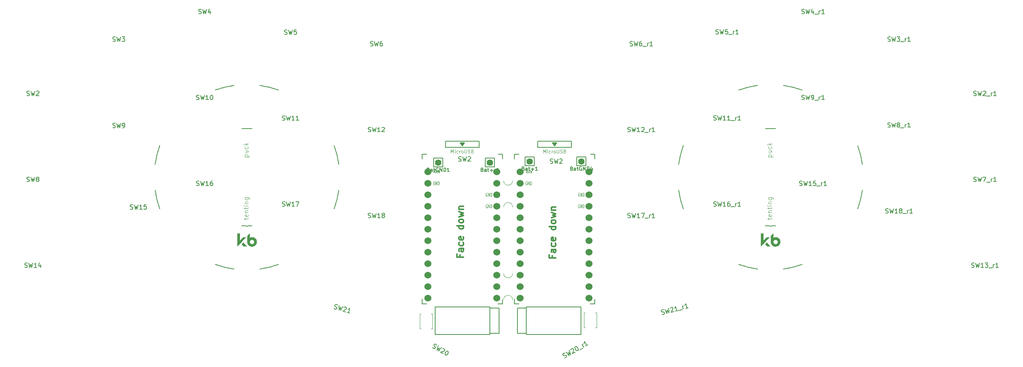
<source format=gbr>
%TF.GenerationSoftware,KiCad,Pcbnew,6.0.4+dfsg-1+b1*%
%TF.CreationDate,2022-04-16T20:30:22+01:00*%
%TF.ProjectId,sweep-mid,73776565-702d-46d6-9964-2e6b69636164,rev?*%
%TF.SameCoordinates,Original*%
%TF.FileFunction,Legend,Top*%
%TF.FilePolarity,Positive*%
%FSLAX46Y46*%
G04 Gerber Fmt 4.6, Leading zero omitted, Abs format (unit mm)*
G04 Created by KiCad (PCBNEW 6.0.4+dfsg-1+b1) date 2022-04-16 20:30:22*
%MOMM*%
%LPD*%
G01*
G04 APERTURE LIST*
%ADD10C,0.300000*%
%ADD11C,0.150000*%
%ADD12C,0.100000*%
%ADD13C,0.125000*%
%ADD14C,0.120000*%
%ADD15C,0.200000*%
%ADD16C,0.010000*%
%ADD17C,1.397000*%
%ADD18C,1.524000*%
G04 APERTURE END LIST*
D10*
X160002697Y-104372857D02*
X160002697Y-104872857D01*
X160788411Y-104872857D02*
X159288411Y-104872857D01*
X159288411Y-104158571D01*
X160788411Y-102944285D02*
X160002697Y-102944285D01*
X159859840Y-103015714D01*
X159788411Y-103158571D01*
X159788411Y-103444285D01*
X159859840Y-103587142D01*
X160716982Y-102944285D02*
X160788411Y-103087142D01*
X160788411Y-103444285D01*
X160716982Y-103587142D01*
X160574125Y-103658571D01*
X160431268Y-103658571D01*
X160288411Y-103587142D01*
X160216982Y-103444285D01*
X160216982Y-103087142D01*
X160145554Y-102944285D01*
X160716982Y-101587142D02*
X160788411Y-101730000D01*
X160788411Y-102015714D01*
X160716982Y-102158571D01*
X160645554Y-102230000D01*
X160502697Y-102301428D01*
X160074125Y-102301428D01*
X159931268Y-102230000D01*
X159859840Y-102158571D01*
X159788411Y-102015714D01*
X159788411Y-101730000D01*
X159859840Y-101587142D01*
X160716982Y-100372857D02*
X160788411Y-100515714D01*
X160788411Y-100801428D01*
X160716982Y-100944285D01*
X160574125Y-101015714D01*
X160002697Y-101015714D01*
X159859840Y-100944285D01*
X159788411Y-100801428D01*
X159788411Y-100515714D01*
X159859840Y-100372857D01*
X160002697Y-100301428D01*
X160145554Y-100301428D01*
X160288411Y-101015714D01*
X160788411Y-97872857D02*
X159288411Y-97872857D01*
X160716982Y-97872857D02*
X160788411Y-98015714D01*
X160788411Y-98301428D01*
X160716982Y-98444285D01*
X160645554Y-98515714D01*
X160502697Y-98587142D01*
X160074125Y-98587142D01*
X159931268Y-98515714D01*
X159859840Y-98444285D01*
X159788411Y-98301428D01*
X159788411Y-98015714D01*
X159859840Y-97872857D01*
X160788411Y-96944285D02*
X160716982Y-97087142D01*
X160645554Y-97158571D01*
X160502697Y-97230000D01*
X160074125Y-97230000D01*
X159931268Y-97158571D01*
X159859840Y-97087142D01*
X159788411Y-96944285D01*
X159788411Y-96730000D01*
X159859840Y-96587142D01*
X159931268Y-96515714D01*
X160074125Y-96444285D01*
X160502697Y-96444285D01*
X160645554Y-96515714D01*
X160716982Y-96587142D01*
X160788411Y-96730000D01*
X160788411Y-96944285D01*
X159788411Y-95944285D02*
X160788411Y-95658571D01*
X160074125Y-95372857D01*
X160788411Y-95087142D01*
X159788411Y-94801428D01*
X159788411Y-94230000D02*
X160788411Y-94230000D01*
X159931268Y-94230000D02*
X159859840Y-94158571D01*
X159788411Y-94015714D01*
X159788411Y-93801428D01*
X159859840Y-93658571D01*
X160002697Y-93587142D01*
X160788411Y-93587142D01*
X139592857Y-104202857D02*
X139592857Y-104702857D01*
X140378571Y-104702857D02*
X138878571Y-104702857D01*
X138878571Y-103988571D01*
X140378571Y-102774285D02*
X139592857Y-102774285D01*
X139450000Y-102845714D01*
X139378571Y-102988571D01*
X139378571Y-103274285D01*
X139450000Y-103417142D01*
X140307142Y-102774285D02*
X140378571Y-102917142D01*
X140378571Y-103274285D01*
X140307142Y-103417142D01*
X140164285Y-103488571D01*
X140021428Y-103488571D01*
X139878571Y-103417142D01*
X139807142Y-103274285D01*
X139807142Y-102917142D01*
X139735714Y-102774285D01*
X140307142Y-101417142D02*
X140378571Y-101560000D01*
X140378571Y-101845714D01*
X140307142Y-101988571D01*
X140235714Y-102060000D01*
X140092857Y-102131428D01*
X139664285Y-102131428D01*
X139521428Y-102060000D01*
X139450000Y-101988571D01*
X139378571Y-101845714D01*
X139378571Y-101560000D01*
X139450000Y-101417142D01*
X140307142Y-100202857D02*
X140378571Y-100345714D01*
X140378571Y-100631428D01*
X140307142Y-100774285D01*
X140164285Y-100845714D01*
X139592857Y-100845714D01*
X139450000Y-100774285D01*
X139378571Y-100631428D01*
X139378571Y-100345714D01*
X139450000Y-100202857D01*
X139592857Y-100131428D01*
X139735714Y-100131428D01*
X139878571Y-100845714D01*
X140378571Y-97702857D02*
X138878571Y-97702857D01*
X140307142Y-97702857D02*
X140378571Y-97845714D01*
X140378571Y-98131428D01*
X140307142Y-98274285D01*
X140235714Y-98345714D01*
X140092857Y-98417142D01*
X139664285Y-98417142D01*
X139521428Y-98345714D01*
X139450000Y-98274285D01*
X139378571Y-98131428D01*
X139378571Y-97845714D01*
X139450000Y-97702857D01*
X140378571Y-96774285D02*
X140307142Y-96917142D01*
X140235714Y-96988571D01*
X140092857Y-97060000D01*
X139664285Y-97060000D01*
X139521428Y-96988571D01*
X139450000Y-96917142D01*
X139378571Y-96774285D01*
X139378571Y-96560000D01*
X139450000Y-96417142D01*
X139521428Y-96345714D01*
X139664285Y-96274285D01*
X140092857Y-96274285D01*
X140235714Y-96345714D01*
X140307142Y-96417142D01*
X140378571Y-96560000D01*
X140378571Y-96774285D01*
X139378571Y-95774285D02*
X140378571Y-95488571D01*
X139664285Y-95202857D01*
X140378571Y-94917142D01*
X139378571Y-94631428D01*
X139378571Y-94060000D02*
X140378571Y-94060000D01*
X139521428Y-94060000D02*
X139450000Y-93988571D01*
X139378571Y-93845714D01*
X139378571Y-93631428D01*
X139450000Y-93488571D01*
X139592857Y-93417142D01*
X140378571Y-93417142D01*
D11*
%TO.C,SW2*%
X43766666Y-68904761D02*
X43909523Y-68952380D01*
X44147619Y-68952380D01*
X44242857Y-68904761D01*
X44290476Y-68857142D01*
X44338095Y-68761904D01*
X44338095Y-68666666D01*
X44290476Y-68571428D01*
X44242857Y-68523809D01*
X44147619Y-68476190D01*
X43957142Y-68428571D01*
X43861904Y-68380952D01*
X43814285Y-68333333D01*
X43766666Y-68238095D01*
X43766666Y-68142857D01*
X43814285Y-68047619D01*
X43861904Y-68000000D01*
X43957142Y-67952380D01*
X44195238Y-67952380D01*
X44338095Y-68000000D01*
X44671428Y-67952380D02*
X44909523Y-68952380D01*
X45100000Y-68238095D01*
X45290476Y-68952380D01*
X45528571Y-67952380D01*
X45861904Y-68047619D02*
X45909523Y-68000000D01*
X46004761Y-67952380D01*
X46242857Y-67952380D01*
X46338095Y-68000000D01*
X46385714Y-68047619D01*
X46433333Y-68142857D01*
X46433333Y-68238095D01*
X46385714Y-68380952D01*
X45814285Y-68952380D01*
X46433333Y-68952380D01*
%TO.C,SW3*%
X62766666Y-56904761D02*
X62909523Y-56952380D01*
X63147619Y-56952380D01*
X63242857Y-56904761D01*
X63290476Y-56857142D01*
X63338095Y-56761904D01*
X63338095Y-56666666D01*
X63290476Y-56571428D01*
X63242857Y-56523809D01*
X63147619Y-56476190D01*
X62957142Y-56428571D01*
X62861904Y-56380952D01*
X62814285Y-56333333D01*
X62766666Y-56238095D01*
X62766666Y-56142857D01*
X62814285Y-56047619D01*
X62861904Y-56000000D01*
X62957142Y-55952380D01*
X63195238Y-55952380D01*
X63338095Y-56000000D01*
X63671428Y-55952380D02*
X63909523Y-56952380D01*
X64100000Y-56238095D01*
X64290476Y-56952380D01*
X64528571Y-55952380D01*
X64814285Y-55952380D02*
X65433333Y-55952380D01*
X65100000Y-56333333D01*
X65242857Y-56333333D01*
X65338095Y-56380952D01*
X65385714Y-56428571D01*
X65433333Y-56523809D01*
X65433333Y-56761904D01*
X65385714Y-56857142D01*
X65338095Y-56904761D01*
X65242857Y-56952380D01*
X64957142Y-56952380D01*
X64861904Y-56904761D01*
X64814285Y-56857142D01*
%TO.C,SW4*%
X81766666Y-50764761D02*
X81909523Y-50812380D01*
X82147619Y-50812380D01*
X82242857Y-50764761D01*
X82290476Y-50717142D01*
X82338095Y-50621904D01*
X82338095Y-50526666D01*
X82290476Y-50431428D01*
X82242857Y-50383809D01*
X82147619Y-50336190D01*
X81957142Y-50288571D01*
X81861904Y-50240952D01*
X81814285Y-50193333D01*
X81766666Y-50098095D01*
X81766666Y-50002857D01*
X81814285Y-49907619D01*
X81861904Y-49860000D01*
X81957142Y-49812380D01*
X82195238Y-49812380D01*
X82338095Y-49860000D01*
X82671428Y-49812380D02*
X82909523Y-50812380D01*
X83100000Y-50098095D01*
X83290476Y-50812380D01*
X83528571Y-49812380D01*
X84338095Y-50145714D02*
X84338095Y-50812380D01*
X84100000Y-49764761D02*
X83861904Y-50479047D01*
X84480952Y-50479047D01*
%TO.C,SW5*%
X100760666Y-55336761D02*
X100903523Y-55384380D01*
X101141619Y-55384380D01*
X101236857Y-55336761D01*
X101284476Y-55289142D01*
X101332095Y-55193904D01*
X101332095Y-55098666D01*
X101284476Y-55003428D01*
X101236857Y-54955809D01*
X101141619Y-54908190D01*
X100951142Y-54860571D01*
X100855904Y-54812952D01*
X100808285Y-54765333D01*
X100760666Y-54670095D01*
X100760666Y-54574857D01*
X100808285Y-54479619D01*
X100855904Y-54432000D01*
X100951142Y-54384380D01*
X101189238Y-54384380D01*
X101332095Y-54432000D01*
X101665428Y-54384380D02*
X101903523Y-55384380D01*
X102094000Y-54670095D01*
X102284476Y-55384380D01*
X102522571Y-54384380D01*
X103379714Y-54384380D02*
X102903523Y-54384380D01*
X102855904Y-54860571D01*
X102903523Y-54812952D01*
X102998761Y-54765333D01*
X103236857Y-54765333D01*
X103332095Y-54812952D01*
X103379714Y-54860571D01*
X103427333Y-54955809D01*
X103427333Y-55193904D01*
X103379714Y-55289142D01*
X103332095Y-55336761D01*
X103236857Y-55384380D01*
X102998761Y-55384380D01*
X102903523Y-55336761D01*
X102855904Y-55289142D01*
%TO.C,SW6*%
X119766666Y-57904761D02*
X119909523Y-57952380D01*
X120147619Y-57952380D01*
X120242857Y-57904761D01*
X120290476Y-57857142D01*
X120338095Y-57761904D01*
X120338095Y-57666666D01*
X120290476Y-57571428D01*
X120242857Y-57523809D01*
X120147619Y-57476190D01*
X119957142Y-57428571D01*
X119861904Y-57380952D01*
X119814285Y-57333333D01*
X119766666Y-57238095D01*
X119766666Y-57142857D01*
X119814285Y-57047619D01*
X119861904Y-57000000D01*
X119957142Y-56952380D01*
X120195238Y-56952380D01*
X120338095Y-57000000D01*
X120671428Y-56952380D02*
X120909523Y-57952380D01*
X121100000Y-57238095D01*
X121290476Y-57952380D01*
X121528571Y-56952380D01*
X122338095Y-56952380D02*
X122147619Y-56952380D01*
X122052380Y-57000000D01*
X122004761Y-57047619D01*
X121909523Y-57190476D01*
X121861904Y-57380952D01*
X121861904Y-57761904D01*
X121909523Y-57857142D01*
X121957142Y-57904761D01*
X122052380Y-57952380D01*
X122242857Y-57952380D01*
X122338095Y-57904761D01*
X122385714Y-57857142D01*
X122433333Y-57761904D01*
X122433333Y-57523809D01*
X122385714Y-57428571D01*
X122338095Y-57380952D01*
X122242857Y-57333333D01*
X122052380Y-57333333D01*
X121957142Y-57380952D01*
X121909523Y-57428571D01*
X121861904Y-57523809D01*
%TO.C,SW8*%
X43766666Y-87904761D02*
X43909523Y-87952380D01*
X44147619Y-87952380D01*
X44242857Y-87904761D01*
X44290476Y-87857142D01*
X44338095Y-87761904D01*
X44338095Y-87666666D01*
X44290476Y-87571428D01*
X44242857Y-87523809D01*
X44147619Y-87476190D01*
X43957142Y-87428571D01*
X43861904Y-87380952D01*
X43814285Y-87333333D01*
X43766666Y-87238095D01*
X43766666Y-87142857D01*
X43814285Y-87047619D01*
X43861904Y-87000000D01*
X43957142Y-86952380D01*
X44195238Y-86952380D01*
X44338095Y-87000000D01*
X44671428Y-86952380D02*
X44909523Y-87952380D01*
X45100000Y-87238095D01*
X45290476Y-87952380D01*
X45528571Y-86952380D01*
X46052380Y-87380952D02*
X45957142Y-87333333D01*
X45909523Y-87285714D01*
X45861904Y-87190476D01*
X45861904Y-87142857D01*
X45909523Y-87047619D01*
X45957142Y-87000000D01*
X46052380Y-86952380D01*
X46242857Y-86952380D01*
X46338095Y-87000000D01*
X46385714Y-87047619D01*
X46433333Y-87142857D01*
X46433333Y-87190476D01*
X46385714Y-87285714D01*
X46338095Y-87333333D01*
X46242857Y-87380952D01*
X46052380Y-87380952D01*
X45957142Y-87428571D01*
X45909523Y-87476190D01*
X45861904Y-87571428D01*
X45861904Y-87761904D01*
X45909523Y-87857142D01*
X45957142Y-87904761D01*
X46052380Y-87952380D01*
X46242857Y-87952380D01*
X46338095Y-87904761D01*
X46385714Y-87857142D01*
X46433333Y-87761904D01*
X46433333Y-87571428D01*
X46385714Y-87476190D01*
X46338095Y-87428571D01*
X46242857Y-87380952D01*
%TO.C,SW9*%
X62766666Y-75978761D02*
X62909523Y-76026380D01*
X63147619Y-76026380D01*
X63242857Y-75978761D01*
X63290476Y-75931142D01*
X63338095Y-75835904D01*
X63338095Y-75740666D01*
X63290476Y-75645428D01*
X63242857Y-75597809D01*
X63147619Y-75550190D01*
X62957142Y-75502571D01*
X62861904Y-75454952D01*
X62814285Y-75407333D01*
X62766666Y-75312095D01*
X62766666Y-75216857D01*
X62814285Y-75121619D01*
X62861904Y-75074000D01*
X62957142Y-75026380D01*
X63195238Y-75026380D01*
X63338095Y-75074000D01*
X63671428Y-75026380D02*
X63909523Y-76026380D01*
X64100000Y-75312095D01*
X64290476Y-76026380D01*
X64528571Y-75026380D01*
X64957142Y-76026380D02*
X65147619Y-76026380D01*
X65242857Y-75978761D01*
X65290476Y-75931142D01*
X65385714Y-75788285D01*
X65433333Y-75597809D01*
X65433333Y-75216857D01*
X65385714Y-75121619D01*
X65338095Y-75074000D01*
X65242857Y-75026380D01*
X65052380Y-75026380D01*
X64957142Y-75074000D01*
X64909523Y-75121619D01*
X64861904Y-75216857D01*
X64861904Y-75454952D01*
X64909523Y-75550190D01*
X64957142Y-75597809D01*
X65052380Y-75645428D01*
X65242857Y-75645428D01*
X65338095Y-75597809D01*
X65385714Y-75550190D01*
X65433333Y-75454952D01*
%TO.C,SW10*%
X81290476Y-69782761D02*
X81433333Y-69830380D01*
X81671428Y-69830380D01*
X81766666Y-69782761D01*
X81814285Y-69735142D01*
X81861904Y-69639904D01*
X81861904Y-69544666D01*
X81814285Y-69449428D01*
X81766666Y-69401809D01*
X81671428Y-69354190D01*
X81480952Y-69306571D01*
X81385714Y-69258952D01*
X81338095Y-69211333D01*
X81290476Y-69116095D01*
X81290476Y-69020857D01*
X81338095Y-68925619D01*
X81385714Y-68878000D01*
X81480952Y-68830380D01*
X81719047Y-68830380D01*
X81861904Y-68878000D01*
X82195238Y-68830380D02*
X82433333Y-69830380D01*
X82623809Y-69116095D01*
X82814285Y-69830380D01*
X83052380Y-68830380D01*
X83957142Y-69830380D02*
X83385714Y-69830380D01*
X83671428Y-69830380D02*
X83671428Y-68830380D01*
X83576190Y-68973238D01*
X83480952Y-69068476D01*
X83385714Y-69116095D01*
X84576190Y-68830380D02*
X84671428Y-68830380D01*
X84766666Y-68878000D01*
X84814285Y-68925619D01*
X84861904Y-69020857D01*
X84909523Y-69211333D01*
X84909523Y-69449428D01*
X84861904Y-69639904D01*
X84814285Y-69735142D01*
X84766666Y-69782761D01*
X84671428Y-69830380D01*
X84576190Y-69830380D01*
X84480952Y-69782761D01*
X84433333Y-69735142D01*
X84385714Y-69639904D01*
X84338095Y-69449428D01*
X84338095Y-69211333D01*
X84385714Y-69020857D01*
X84433333Y-68925619D01*
X84480952Y-68878000D01*
X84576190Y-68830380D01*
%TO.C,SW11*%
X100290476Y-74354761D02*
X100433333Y-74402380D01*
X100671428Y-74402380D01*
X100766666Y-74354761D01*
X100814285Y-74307142D01*
X100861904Y-74211904D01*
X100861904Y-74116666D01*
X100814285Y-74021428D01*
X100766666Y-73973809D01*
X100671428Y-73926190D01*
X100480952Y-73878571D01*
X100385714Y-73830952D01*
X100338095Y-73783333D01*
X100290476Y-73688095D01*
X100290476Y-73592857D01*
X100338095Y-73497619D01*
X100385714Y-73450000D01*
X100480952Y-73402380D01*
X100719047Y-73402380D01*
X100861904Y-73450000D01*
X101195238Y-73402380D02*
X101433333Y-74402380D01*
X101623809Y-73688095D01*
X101814285Y-74402380D01*
X102052380Y-73402380D01*
X102957142Y-74402380D02*
X102385714Y-74402380D01*
X102671428Y-74402380D02*
X102671428Y-73402380D01*
X102576190Y-73545238D01*
X102480952Y-73640476D01*
X102385714Y-73688095D01*
X103909523Y-74402380D02*
X103338095Y-74402380D01*
X103623809Y-74402380D02*
X103623809Y-73402380D01*
X103528571Y-73545238D01*
X103433333Y-73640476D01*
X103338095Y-73688095D01*
%TO.C,SW12*%
X119270476Y-76894761D02*
X119413333Y-76942380D01*
X119651428Y-76942380D01*
X119746666Y-76894761D01*
X119794285Y-76847142D01*
X119841904Y-76751904D01*
X119841904Y-76656666D01*
X119794285Y-76561428D01*
X119746666Y-76513809D01*
X119651428Y-76466190D01*
X119460952Y-76418571D01*
X119365714Y-76370952D01*
X119318095Y-76323333D01*
X119270476Y-76228095D01*
X119270476Y-76132857D01*
X119318095Y-76037619D01*
X119365714Y-75990000D01*
X119460952Y-75942380D01*
X119699047Y-75942380D01*
X119841904Y-75990000D01*
X120175238Y-75942380D02*
X120413333Y-76942380D01*
X120603809Y-76228095D01*
X120794285Y-76942380D01*
X121032380Y-75942380D01*
X121937142Y-76942380D02*
X121365714Y-76942380D01*
X121651428Y-76942380D02*
X121651428Y-75942380D01*
X121556190Y-76085238D01*
X121460952Y-76180476D01*
X121365714Y-76228095D01*
X122318095Y-76037619D02*
X122365714Y-75990000D01*
X122460952Y-75942380D01*
X122699047Y-75942380D01*
X122794285Y-75990000D01*
X122841904Y-76037619D01*
X122889523Y-76132857D01*
X122889523Y-76228095D01*
X122841904Y-76370952D01*
X122270476Y-76942380D01*
X122889523Y-76942380D01*
%TO.C,SW14*%
X43290476Y-106904761D02*
X43433333Y-106952380D01*
X43671428Y-106952380D01*
X43766666Y-106904761D01*
X43814285Y-106857142D01*
X43861904Y-106761904D01*
X43861904Y-106666666D01*
X43814285Y-106571428D01*
X43766666Y-106523809D01*
X43671428Y-106476190D01*
X43480952Y-106428571D01*
X43385714Y-106380952D01*
X43338095Y-106333333D01*
X43290476Y-106238095D01*
X43290476Y-106142857D01*
X43338095Y-106047619D01*
X43385714Y-106000000D01*
X43480952Y-105952380D01*
X43719047Y-105952380D01*
X43861904Y-106000000D01*
X44195238Y-105952380D02*
X44433333Y-106952380D01*
X44623809Y-106238095D01*
X44814285Y-106952380D01*
X45052380Y-105952380D01*
X45957142Y-106952380D02*
X45385714Y-106952380D01*
X45671428Y-106952380D02*
X45671428Y-105952380D01*
X45576190Y-106095238D01*
X45480952Y-106190476D01*
X45385714Y-106238095D01*
X46814285Y-106285714D02*
X46814285Y-106952380D01*
X46576190Y-105904761D02*
X46338095Y-106619047D01*
X46957142Y-106619047D01*
%TO.C,SW15*%
X66616476Y-94012761D02*
X66759333Y-94060380D01*
X66997428Y-94060380D01*
X67092666Y-94012761D01*
X67140285Y-93965142D01*
X67187904Y-93869904D01*
X67187904Y-93774666D01*
X67140285Y-93679428D01*
X67092666Y-93631809D01*
X66997428Y-93584190D01*
X66806952Y-93536571D01*
X66711714Y-93488952D01*
X66664095Y-93441333D01*
X66616476Y-93346095D01*
X66616476Y-93250857D01*
X66664095Y-93155619D01*
X66711714Y-93108000D01*
X66806952Y-93060380D01*
X67045047Y-93060380D01*
X67187904Y-93108000D01*
X67521238Y-93060380D02*
X67759333Y-94060380D01*
X67949809Y-93346095D01*
X68140285Y-94060380D01*
X68378380Y-93060380D01*
X69283142Y-94060380D02*
X68711714Y-94060380D01*
X68997428Y-94060380D02*
X68997428Y-93060380D01*
X68902190Y-93203238D01*
X68806952Y-93298476D01*
X68711714Y-93346095D01*
X70187904Y-93060380D02*
X69711714Y-93060380D01*
X69664095Y-93536571D01*
X69711714Y-93488952D01*
X69806952Y-93441333D01*
X70045047Y-93441333D01*
X70140285Y-93488952D01*
X70187904Y-93536571D01*
X70235523Y-93631809D01*
X70235523Y-93869904D01*
X70187904Y-93965142D01*
X70140285Y-94012761D01*
X70045047Y-94060380D01*
X69806952Y-94060380D01*
X69711714Y-94012761D01*
X69664095Y-93965142D01*
%TO.C,SW16*%
X81290476Y-88800761D02*
X81433333Y-88848380D01*
X81671428Y-88848380D01*
X81766666Y-88800761D01*
X81814285Y-88753142D01*
X81861904Y-88657904D01*
X81861904Y-88562666D01*
X81814285Y-88467428D01*
X81766666Y-88419809D01*
X81671428Y-88372190D01*
X81480952Y-88324571D01*
X81385714Y-88276952D01*
X81338095Y-88229333D01*
X81290476Y-88134095D01*
X81290476Y-88038857D01*
X81338095Y-87943619D01*
X81385714Y-87896000D01*
X81480952Y-87848380D01*
X81719047Y-87848380D01*
X81861904Y-87896000D01*
X82195238Y-87848380D02*
X82433333Y-88848380D01*
X82623809Y-88134095D01*
X82814285Y-88848380D01*
X83052380Y-87848380D01*
X83957142Y-88848380D02*
X83385714Y-88848380D01*
X83671428Y-88848380D02*
X83671428Y-87848380D01*
X83576190Y-87991238D01*
X83480952Y-88086476D01*
X83385714Y-88134095D01*
X84814285Y-87848380D02*
X84623809Y-87848380D01*
X84528571Y-87896000D01*
X84480952Y-87943619D01*
X84385714Y-88086476D01*
X84338095Y-88276952D01*
X84338095Y-88657904D01*
X84385714Y-88753142D01*
X84433333Y-88800761D01*
X84528571Y-88848380D01*
X84719047Y-88848380D01*
X84814285Y-88800761D01*
X84861904Y-88753142D01*
X84909523Y-88657904D01*
X84909523Y-88419809D01*
X84861904Y-88324571D01*
X84814285Y-88276952D01*
X84719047Y-88229333D01*
X84528571Y-88229333D01*
X84433333Y-88276952D01*
X84385714Y-88324571D01*
X84338095Y-88419809D01*
%TO.C,SW17*%
X100290476Y-93372761D02*
X100433333Y-93420380D01*
X100671428Y-93420380D01*
X100766666Y-93372761D01*
X100814285Y-93325142D01*
X100861904Y-93229904D01*
X100861904Y-93134666D01*
X100814285Y-93039428D01*
X100766666Y-92991809D01*
X100671428Y-92944190D01*
X100480952Y-92896571D01*
X100385714Y-92848952D01*
X100338095Y-92801333D01*
X100290476Y-92706095D01*
X100290476Y-92610857D01*
X100338095Y-92515619D01*
X100385714Y-92468000D01*
X100480952Y-92420380D01*
X100719047Y-92420380D01*
X100861904Y-92468000D01*
X101195238Y-92420380D02*
X101433333Y-93420380D01*
X101623809Y-92706095D01*
X101814285Y-93420380D01*
X102052380Y-92420380D01*
X102957142Y-93420380D02*
X102385714Y-93420380D01*
X102671428Y-93420380D02*
X102671428Y-92420380D01*
X102576190Y-92563238D01*
X102480952Y-92658476D01*
X102385714Y-92706095D01*
X103290476Y-92420380D02*
X103957142Y-92420380D01*
X103528571Y-93420380D01*
%TO.C,SW20*%
X133517128Y-124638556D02*
X133617036Y-124751224D01*
X133823233Y-124870271D01*
X133929521Y-124876651D01*
X133994570Y-124859221D01*
X134083428Y-124800552D01*
X134131047Y-124718073D01*
X134137427Y-124611785D01*
X134119997Y-124546736D01*
X134061328Y-124457878D01*
X133920180Y-124321401D01*
X133861511Y-124232542D01*
X133844082Y-124167494D01*
X133850461Y-124061205D01*
X133898080Y-123978727D01*
X133986939Y-123920058D01*
X134051988Y-123902628D01*
X134158276Y-123909008D01*
X134364472Y-124028055D01*
X134464381Y-124140723D01*
X134776865Y-124266151D02*
X134483062Y-125251224D01*
X135005162Y-124727872D01*
X134812976Y-125441700D01*
X135519173Y-124694722D01*
X135760229Y-124943867D02*
X135825278Y-124926437D01*
X135931566Y-124932817D01*
X136137762Y-125051865D01*
X136196431Y-125140723D01*
X136213861Y-125205772D01*
X136207481Y-125312060D01*
X136159862Y-125394539D01*
X136047194Y-125494447D01*
X135266609Y-125703605D01*
X135802720Y-126013128D01*
X136838830Y-125456627D02*
X136921309Y-125504246D01*
X136979978Y-125593104D01*
X136997408Y-125658153D01*
X136991028Y-125764441D01*
X136937029Y-125953208D01*
X136817982Y-126159404D01*
X136681504Y-126300552D01*
X136592646Y-126359221D01*
X136527597Y-126376651D01*
X136421309Y-126370271D01*
X136338830Y-126322652D01*
X136280161Y-126233794D01*
X136262732Y-126168745D01*
X136269111Y-126062457D01*
X136323110Y-125873690D01*
X136442158Y-125667494D01*
X136578635Y-125526346D01*
X136667494Y-125467677D01*
X136732542Y-125450247D01*
X136838830Y-125456627D01*
%TO.C,SW21*%
X111715928Y-116026142D02*
X111841592Y-116109113D01*
X112071575Y-116170736D01*
X112175892Y-116149389D01*
X112234213Y-116115718D01*
X112304859Y-116036049D01*
X112329509Y-115944057D01*
X112308162Y-115839739D01*
X112274490Y-115781418D01*
X112194822Y-115710772D01*
X112023161Y-115615476D01*
X111943492Y-115544831D01*
X111909821Y-115486509D01*
X111888474Y-115382192D01*
X111913123Y-115290199D01*
X111983769Y-115210531D01*
X112042090Y-115176859D01*
X112146408Y-115155512D01*
X112376390Y-115217135D01*
X112502055Y-115300106D01*
X112836355Y-115340383D02*
X112807518Y-116367932D01*
X113176375Y-115727284D01*
X113175490Y-116466530D01*
X113664291Y-115562227D01*
X113961617Y-115740493D02*
X114019938Y-115706822D01*
X114124256Y-115685475D01*
X114354238Y-115747098D01*
X114433907Y-115817744D01*
X114467578Y-115876065D01*
X114488925Y-115980383D01*
X114464276Y-116072376D01*
X114381305Y-116198041D01*
X113681451Y-116602102D01*
X114279405Y-116762323D01*
X115199334Y-117008817D02*
X114647377Y-116860921D01*
X114923356Y-116934869D02*
X115182175Y-115968943D01*
X115053208Y-116082283D01*
X114936565Y-116149627D01*
X114832248Y-116170974D01*
%TO.C,SW18*%
X119270476Y-95912761D02*
X119413333Y-95960380D01*
X119651428Y-95960380D01*
X119746666Y-95912761D01*
X119794285Y-95865142D01*
X119841904Y-95769904D01*
X119841904Y-95674666D01*
X119794285Y-95579428D01*
X119746666Y-95531809D01*
X119651428Y-95484190D01*
X119460952Y-95436571D01*
X119365714Y-95388952D01*
X119318095Y-95341333D01*
X119270476Y-95246095D01*
X119270476Y-95150857D01*
X119318095Y-95055619D01*
X119365714Y-95008000D01*
X119460952Y-94960380D01*
X119699047Y-94960380D01*
X119841904Y-95008000D01*
X120175238Y-94960380D02*
X120413333Y-95960380D01*
X120603809Y-95246095D01*
X120794285Y-95960380D01*
X121032380Y-94960380D01*
X121937142Y-95960380D02*
X121365714Y-95960380D01*
X121651428Y-95960380D02*
X121651428Y-94960380D01*
X121556190Y-95103238D01*
X121460952Y-95198476D01*
X121365714Y-95246095D01*
X122508571Y-95388952D02*
X122413333Y-95341333D01*
X122365714Y-95293714D01*
X122318095Y-95198476D01*
X122318095Y-95150857D01*
X122365714Y-95055619D01*
X122413333Y-95008000D01*
X122508571Y-94960380D01*
X122699047Y-94960380D01*
X122794285Y-95008000D01*
X122841904Y-95055619D01*
X122889523Y-95150857D01*
X122889523Y-95198476D01*
X122841904Y-95293714D01*
X122794285Y-95341333D01*
X122699047Y-95388952D01*
X122508571Y-95388952D01*
X122413333Y-95436571D01*
X122365714Y-95484190D01*
X122318095Y-95579428D01*
X122318095Y-95769904D01*
X122365714Y-95865142D01*
X122413333Y-95912761D01*
X122508571Y-95960380D01*
X122699047Y-95960380D01*
X122794285Y-95912761D01*
X122841904Y-95865142D01*
X122889523Y-95769904D01*
X122889523Y-95579428D01*
X122841904Y-95484190D01*
X122794285Y-95436571D01*
X122699047Y-95388952D01*
%TO.C,SW11_r1*%
X195709649Y-74322761D02*
X195852506Y-74370380D01*
X196090601Y-74370380D01*
X196185840Y-74322761D01*
X196233459Y-74275142D01*
X196281078Y-74179904D01*
X196281078Y-74084666D01*
X196233459Y-73989428D01*
X196185840Y-73941809D01*
X196090601Y-73894190D01*
X195900125Y-73846571D01*
X195804887Y-73798952D01*
X195757268Y-73751333D01*
X195709649Y-73656095D01*
X195709649Y-73560857D01*
X195757268Y-73465619D01*
X195804887Y-73418000D01*
X195900125Y-73370380D01*
X196138220Y-73370380D01*
X196281078Y-73418000D01*
X196614411Y-73370380D02*
X196852506Y-74370380D01*
X197042982Y-73656095D01*
X197233459Y-74370380D01*
X197471554Y-73370380D01*
X198376316Y-74370380D02*
X197804887Y-74370380D01*
X198090601Y-74370380D02*
X198090601Y-73370380D01*
X197995363Y-73513238D01*
X197900125Y-73608476D01*
X197804887Y-73656095D01*
X199328697Y-74370380D02*
X198757268Y-74370380D01*
X199042982Y-74370380D02*
X199042982Y-73370380D01*
X198947744Y-73513238D01*
X198852506Y-73608476D01*
X198757268Y-73656095D01*
X199519173Y-74465619D02*
X200281078Y-74465619D01*
X200519173Y-74370380D02*
X200519173Y-73703714D01*
X200519173Y-73894190D02*
X200566792Y-73798952D01*
X200614411Y-73751333D01*
X200709649Y-73703714D01*
X200804887Y-73703714D01*
X201662030Y-74370380D02*
X201090601Y-74370380D01*
X201376316Y-74370380D02*
X201376316Y-73370380D01*
X201281078Y-73513238D01*
X201185840Y-73608476D01*
X201090601Y-73656095D01*
%TO.C,SW13_r1*%
X252755649Y-106904761D02*
X252898506Y-106952380D01*
X253136601Y-106952380D01*
X253231840Y-106904761D01*
X253279459Y-106857142D01*
X253327078Y-106761904D01*
X253327078Y-106666666D01*
X253279459Y-106571428D01*
X253231840Y-106523809D01*
X253136601Y-106476190D01*
X252946125Y-106428571D01*
X252850887Y-106380952D01*
X252803268Y-106333333D01*
X252755649Y-106238095D01*
X252755649Y-106142857D01*
X252803268Y-106047619D01*
X252850887Y-106000000D01*
X252946125Y-105952380D01*
X253184220Y-105952380D01*
X253327078Y-106000000D01*
X253660411Y-105952380D02*
X253898506Y-106952380D01*
X254088982Y-106238095D01*
X254279459Y-106952380D01*
X254517554Y-105952380D01*
X255422316Y-106952380D02*
X254850887Y-106952380D01*
X255136601Y-106952380D02*
X255136601Y-105952380D01*
X255041363Y-106095238D01*
X254946125Y-106190476D01*
X254850887Y-106238095D01*
X255755649Y-105952380D02*
X256374697Y-105952380D01*
X256041363Y-106333333D01*
X256184220Y-106333333D01*
X256279459Y-106380952D01*
X256327078Y-106428571D01*
X256374697Y-106523809D01*
X256374697Y-106761904D01*
X256327078Y-106857142D01*
X256279459Y-106904761D01*
X256184220Y-106952380D01*
X255898506Y-106952380D01*
X255803268Y-106904761D01*
X255755649Y-106857142D01*
X256565173Y-107047619D02*
X257327078Y-107047619D01*
X257565173Y-106952380D02*
X257565173Y-106285714D01*
X257565173Y-106476190D02*
X257612792Y-106380952D01*
X257660411Y-106333333D01*
X257755649Y-106285714D01*
X257850887Y-106285714D01*
X258708030Y-106952380D02*
X258136601Y-106952380D01*
X258422316Y-106952380D02*
X258422316Y-105952380D01*
X258327078Y-106095238D01*
X258231840Y-106190476D01*
X258136601Y-106238095D01*
%TO.C,SW15_r1*%
X214711649Y-88800761D02*
X214854506Y-88848380D01*
X215092601Y-88848380D01*
X215187840Y-88800761D01*
X215235459Y-88753142D01*
X215283078Y-88657904D01*
X215283078Y-88562666D01*
X215235459Y-88467428D01*
X215187840Y-88419809D01*
X215092601Y-88372190D01*
X214902125Y-88324571D01*
X214806887Y-88276952D01*
X214759268Y-88229333D01*
X214711649Y-88134095D01*
X214711649Y-88038857D01*
X214759268Y-87943619D01*
X214806887Y-87896000D01*
X214902125Y-87848380D01*
X215140220Y-87848380D01*
X215283078Y-87896000D01*
X215616411Y-87848380D02*
X215854506Y-88848380D01*
X216044982Y-88134095D01*
X216235459Y-88848380D01*
X216473554Y-87848380D01*
X217378316Y-88848380D02*
X216806887Y-88848380D01*
X217092601Y-88848380D02*
X217092601Y-87848380D01*
X216997363Y-87991238D01*
X216902125Y-88086476D01*
X216806887Y-88134095D01*
X218283078Y-87848380D02*
X217806887Y-87848380D01*
X217759268Y-88324571D01*
X217806887Y-88276952D01*
X217902125Y-88229333D01*
X218140220Y-88229333D01*
X218235459Y-88276952D01*
X218283078Y-88324571D01*
X218330697Y-88419809D01*
X218330697Y-88657904D01*
X218283078Y-88753142D01*
X218235459Y-88800761D01*
X218140220Y-88848380D01*
X217902125Y-88848380D01*
X217806887Y-88800761D01*
X217759268Y-88753142D01*
X218521173Y-88943619D02*
X219283078Y-88943619D01*
X219521173Y-88848380D02*
X219521173Y-88181714D01*
X219521173Y-88372190D02*
X219568792Y-88276952D01*
X219616411Y-88229333D01*
X219711649Y-88181714D01*
X219806887Y-88181714D01*
X220664030Y-88848380D02*
X220092601Y-88848380D01*
X220378316Y-88848380D02*
X220378316Y-87848380D01*
X220283078Y-87991238D01*
X220187840Y-88086476D01*
X220092601Y-88134095D01*
%TO.C,SW16_r1*%
X195709649Y-93372761D02*
X195852506Y-93420380D01*
X196090601Y-93420380D01*
X196185840Y-93372761D01*
X196233459Y-93325142D01*
X196281078Y-93229904D01*
X196281078Y-93134666D01*
X196233459Y-93039428D01*
X196185840Y-92991809D01*
X196090601Y-92944190D01*
X195900125Y-92896571D01*
X195804887Y-92848952D01*
X195757268Y-92801333D01*
X195709649Y-92706095D01*
X195709649Y-92610857D01*
X195757268Y-92515619D01*
X195804887Y-92468000D01*
X195900125Y-92420380D01*
X196138220Y-92420380D01*
X196281078Y-92468000D01*
X196614411Y-92420380D02*
X196852506Y-93420380D01*
X197042982Y-92706095D01*
X197233459Y-93420380D01*
X197471554Y-92420380D01*
X198376316Y-93420380D02*
X197804887Y-93420380D01*
X198090601Y-93420380D02*
X198090601Y-92420380D01*
X197995363Y-92563238D01*
X197900125Y-92658476D01*
X197804887Y-92706095D01*
X199233459Y-92420380D02*
X199042982Y-92420380D01*
X198947744Y-92468000D01*
X198900125Y-92515619D01*
X198804887Y-92658476D01*
X198757268Y-92848952D01*
X198757268Y-93229904D01*
X198804887Y-93325142D01*
X198852506Y-93372761D01*
X198947744Y-93420380D01*
X199138220Y-93420380D01*
X199233459Y-93372761D01*
X199281078Y-93325142D01*
X199328697Y-93229904D01*
X199328697Y-92991809D01*
X199281078Y-92896571D01*
X199233459Y-92848952D01*
X199138220Y-92801333D01*
X198947744Y-92801333D01*
X198852506Y-92848952D01*
X198804887Y-92896571D01*
X198757268Y-92991809D01*
X199519173Y-93515619D02*
X200281078Y-93515619D01*
X200519173Y-93420380D02*
X200519173Y-92753714D01*
X200519173Y-92944190D02*
X200566792Y-92848952D01*
X200614411Y-92801333D01*
X200709649Y-92753714D01*
X200804887Y-92753714D01*
X201662030Y-93420380D02*
X201090601Y-93420380D01*
X201376316Y-93420380D02*
X201376316Y-92420380D01*
X201281078Y-92563238D01*
X201185840Y-92658476D01*
X201090601Y-92706095D01*
%TO.C,SW5_r1*%
X196185840Y-55272761D02*
X196328697Y-55320380D01*
X196566792Y-55320380D01*
X196662030Y-55272761D01*
X196709649Y-55225142D01*
X196757268Y-55129904D01*
X196757268Y-55034666D01*
X196709649Y-54939428D01*
X196662030Y-54891809D01*
X196566792Y-54844190D01*
X196376316Y-54796571D01*
X196281078Y-54748952D01*
X196233459Y-54701333D01*
X196185840Y-54606095D01*
X196185840Y-54510857D01*
X196233459Y-54415619D01*
X196281078Y-54368000D01*
X196376316Y-54320380D01*
X196614411Y-54320380D01*
X196757268Y-54368000D01*
X197090601Y-54320380D02*
X197328697Y-55320380D01*
X197519173Y-54606095D01*
X197709649Y-55320380D01*
X197947744Y-54320380D01*
X198804887Y-54320380D02*
X198328697Y-54320380D01*
X198281078Y-54796571D01*
X198328697Y-54748952D01*
X198423935Y-54701333D01*
X198662030Y-54701333D01*
X198757268Y-54748952D01*
X198804887Y-54796571D01*
X198852506Y-54891809D01*
X198852506Y-55129904D01*
X198804887Y-55225142D01*
X198757268Y-55272761D01*
X198662030Y-55320380D01*
X198423935Y-55320380D01*
X198328697Y-55272761D01*
X198281078Y-55225142D01*
X199042982Y-55415619D02*
X199804887Y-55415619D01*
X200042982Y-55320380D02*
X200042982Y-54653714D01*
X200042982Y-54844190D02*
X200090601Y-54748952D01*
X200138220Y-54701333D01*
X200233459Y-54653714D01*
X200328697Y-54653714D01*
X201185840Y-55320380D02*
X200614411Y-55320380D01*
X200900125Y-55320380D02*
X200900125Y-54320380D01*
X200804887Y-54463238D01*
X200709649Y-54558476D01*
X200614411Y-54606095D01*
%TO.C,SW3_r1*%
X234213840Y-56904761D02*
X234356697Y-56952380D01*
X234594792Y-56952380D01*
X234690030Y-56904761D01*
X234737649Y-56857142D01*
X234785268Y-56761904D01*
X234785268Y-56666666D01*
X234737649Y-56571428D01*
X234690030Y-56523809D01*
X234594792Y-56476190D01*
X234404316Y-56428571D01*
X234309078Y-56380952D01*
X234261459Y-56333333D01*
X234213840Y-56238095D01*
X234213840Y-56142857D01*
X234261459Y-56047619D01*
X234309078Y-56000000D01*
X234404316Y-55952380D01*
X234642411Y-55952380D01*
X234785268Y-56000000D01*
X235118601Y-55952380D02*
X235356697Y-56952380D01*
X235547173Y-56238095D01*
X235737649Y-56952380D01*
X235975744Y-55952380D01*
X236261459Y-55952380D02*
X236880506Y-55952380D01*
X236547173Y-56333333D01*
X236690030Y-56333333D01*
X236785268Y-56380952D01*
X236832887Y-56428571D01*
X236880506Y-56523809D01*
X236880506Y-56761904D01*
X236832887Y-56857142D01*
X236785268Y-56904761D01*
X236690030Y-56952380D01*
X236404316Y-56952380D01*
X236309078Y-56904761D01*
X236261459Y-56857142D01*
X237070982Y-57047619D02*
X237832887Y-57047619D01*
X238070982Y-56952380D02*
X238070982Y-56285714D01*
X238070982Y-56476190D02*
X238118601Y-56380952D01*
X238166220Y-56333333D01*
X238261459Y-56285714D01*
X238356697Y-56285714D01*
X239213840Y-56952380D02*
X238642411Y-56952380D01*
X238928125Y-56952380D02*
X238928125Y-55952380D01*
X238832887Y-56095238D01*
X238737649Y-56190476D01*
X238642411Y-56238095D01*
%TO.C,SW4_r1*%
X215187840Y-50764761D02*
X215330697Y-50812380D01*
X215568792Y-50812380D01*
X215664030Y-50764761D01*
X215711649Y-50717142D01*
X215759268Y-50621904D01*
X215759268Y-50526666D01*
X215711649Y-50431428D01*
X215664030Y-50383809D01*
X215568792Y-50336190D01*
X215378316Y-50288571D01*
X215283078Y-50240952D01*
X215235459Y-50193333D01*
X215187840Y-50098095D01*
X215187840Y-50002857D01*
X215235459Y-49907619D01*
X215283078Y-49860000D01*
X215378316Y-49812380D01*
X215616411Y-49812380D01*
X215759268Y-49860000D01*
X216092601Y-49812380D02*
X216330697Y-50812380D01*
X216521173Y-50098095D01*
X216711649Y-50812380D01*
X216949744Y-49812380D01*
X217759268Y-50145714D02*
X217759268Y-50812380D01*
X217521173Y-49764761D02*
X217283078Y-50479047D01*
X217902125Y-50479047D01*
X218044982Y-50907619D02*
X218806887Y-50907619D01*
X219044982Y-50812380D02*
X219044982Y-50145714D01*
X219044982Y-50336190D02*
X219092601Y-50240952D01*
X219140220Y-50193333D01*
X219235459Y-50145714D01*
X219330697Y-50145714D01*
X220187840Y-50812380D02*
X219616411Y-50812380D01*
X219902125Y-50812380D02*
X219902125Y-49812380D01*
X219806887Y-49955238D01*
X219711649Y-50050476D01*
X219616411Y-50098095D01*
%TO.C,SW8_r1*%
X234213840Y-75878761D02*
X234356697Y-75926380D01*
X234594792Y-75926380D01*
X234690030Y-75878761D01*
X234737649Y-75831142D01*
X234785268Y-75735904D01*
X234785268Y-75640666D01*
X234737649Y-75545428D01*
X234690030Y-75497809D01*
X234594792Y-75450190D01*
X234404316Y-75402571D01*
X234309078Y-75354952D01*
X234261459Y-75307333D01*
X234213840Y-75212095D01*
X234213840Y-75116857D01*
X234261459Y-75021619D01*
X234309078Y-74974000D01*
X234404316Y-74926380D01*
X234642411Y-74926380D01*
X234785268Y-74974000D01*
X235118601Y-74926380D02*
X235356697Y-75926380D01*
X235547173Y-75212095D01*
X235737649Y-75926380D01*
X235975744Y-74926380D01*
X236499554Y-75354952D02*
X236404316Y-75307333D01*
X236356697Y-75259714D01*
X236309078Y-75164476D01*
X236309078Y-75116857D01*
X236356697Y-75021619D01*
X236404316Y-74974000D01*
X236499554Y-74926380D01*
X236690030Y-74926380D01*
X236785268Y-74974000D01*
X236832887Y-75021619D01*
X236880506Y-75116857D01*
X236880506Y-75164476D01*
X236832887Y-75259714D01*
X236785268Y-75307333D01*
X236690030Y-75354952D01*
X236499554Y-75354952D01*
X236404316Y-75402571D01*
X236356697Y-75450190D01*
X236309078Y-75545428D01*
X236309078Y-75735904D01*
X236356697Y-75831142D01*
X236404316Y-75878761D01*
X236499554Y-75926380D01*
X236690030Y-75926380D01*
X236785268Y-75878761D01*
X236832887Y-75831142D01*
X236880506Y-75735904D01*
X236880506Y-75545428D01*
X236832887Y-75450190D01*
X236785268Y-75402571D01*
X236690030Y-75354952D01*
X237070982Y-76021619D02*
X237832887Y-76021619D01*
X238070982Y-75926380D02*
X238070982Y-75259714D01*
X238070982Y-75450190D02*
X238118601Y-75354952D01*
X238166220Y-75307333D01*
X238261459Y-75259714D01*
X238356697Y-75259714D01*
X239213840Y-75926380D02*
X238642411Y-75926380D01*
X238928125Y-75926380D02*
X238928125Y-74926380D01*
X238832887Y-75069238D01*
X238737649Y-75164476D01*
X238642411Y-75212095D01*
%TO.C,SW9_r1*%
X215187840Y-69782761D02*
X215330697Y-69830380D01*
X215568792Y-69830380D01*
X215664030Y-69782761D01*
X215711649Y-69735142D01*
X215759268Y-69639904D01*
X215759268Y-69544666D01*
X215711649Y-69449428D01*
X215664030Y-69401809D01*
X215568792Y-69354190D01*
X215378316Y-69306571D01*
X215283078Y-69258952D01*
X215235459Y-69211333D01*
X215187840Y-69116095D01*
X215187840Y-69020857D01*
X215235459Y-68925619D01*
X215283078Y-68878000D01*
X215378316Y-68830380D01*
X215616411Y-68830380D01*
X215759268Y-68878000D01*
X216092601Y-68830380D02*
X216330697Y-69830380D01*
X216521173Y-69116095D01*
X216711649Y-69830380D01*
X216949744Y-68830380D01*
X217378316Y-69830380D02*
X217568792Y-69830380D01*
X217664030Y-69782761D01*
X217711649Y-69735142D01*
X217806887Y-69592285D01*
X217854506Y-69401809D01*
X217854506Y-69020857D01*
X217806887Y-68925619D01*
X217759268Y-68878000D01*
X217664030Y-68830380D01*
X217473554Y-68830380D01*
X217378316Y-68878000D01*
X217330697Y-68925619D01*
X217283078Y-69020857D01*
X217283078Y-69258952D01*
X217330697Y-69354190D01*
X217378316Y-69401809D01*
X217473554Y-69449428D01*
X217664030Y-69449428D01*
X217759268Y-69401809D01*
X217806887Y-69354190D01*
X217854506Y-69258952D01*
X218044982Y-69925619D02*
X218806887Y-69925619D01*
X219044982Y-69830380D02*
X219044982Y-69163714D01*
X219044982Y-69354190D02*
X219092601Y-69258952D01*
X219140220Y-69211333D01*
X219235459Y-69163714D01*
X219330697Y-69163714D01*
X220187840Y-69830380D02*
X219616411Y-69830380D01*
X219902125Y-69830380D02*
X219902125Y-68830380D01*
X219806887Y-68973238D01*
X219711649Y-69068476D01*
X219616411Y-69116095D01*
%TO.C,SW18_r1*%
X233737649Y-94896761D02*
X233880506Y-94944380D01*
X234118601Y-94944380D01*
X234213840Y-94896761D01*
X234261459Y-94849142D01*
X234309078Y-94753904D01*
X234309078Y-94658666D01*
X234261459Y-94563428D01*
X234213840Y-94515809D01*
X234118601Y-94468190D01*
X233928125Y-94420571D01*
X233832887Y-94372952D01*
X233785268Y-94325333D01*
X233737649Y-94230095D01*
X233737649Y-94134857D01*
X233785268Y-94039619D01*
X233832887Y-93992000D01*
X233928125Y-93944380D01*
X234166220Y-93944380D01*
X234309078Y-93992000D01*
X234642411Y-93944380D02*
X234880506Y-94944380D01*
X235070982Y-94230095D01*
X235261459Y-94944380D01*
X235499554Y-93944380D01*
X236404316Y-94944380D02*
X235832887Y-94944380D01*
X236118601Y-94944380D02*
X236118601Y-93944380D01*
X236023363Y-94087238D01*
X235928125Y-94182476D01*
X235832887Y-94230095D01*
X236975744Y-94372952D02*
X236880506Y-94325333D01*
X236832887Y-94277714D01*
X236785268Y-94182476D01*
X236785268Y-94134857D01*
X236832887Y-94039619D01*
X236880506Y-93992000D01*
X236975744Y-93944380D01*
X237166220Y-93944380D01*
X237261459Y-93992000D01*
X237309078Y-94039619D01*
X237356697Y-94134857D01*
X237356697Y-94182476D01*
X237309078Y-94277714D01*
X237261459Y-94325333D01*
X237166220Y-94372952D01*
X236975744Y-94372952D01*
X236880506Y-94420571D01*
X236832887Y-94468190D01*
X236785268Y-94563428D01*
X236785268Y-94753904D01*
X236832887Y-94849142D01*
X236880506Y-94896761D01*
X236975744Y-94944380D01*
X237166220Y-94944380D01*
X237261459Y-94896761D01*
X237309078Y-94849142D01*
X237356697Y-94753904D01*
X237356697Y-94563428D01*
X237309078Y-94468190D01*
X237261459Y-94420571D01*
X237166220Y-94372952D01*
X237547173Y-95039619D02*
X238309078Y-95039619D01*
X238547173Y-94944380D02*
X238547173Y-94277714D01*
X238547173Y-94468190D02*
X238594792Y-94372952D01*
X238642411Y-94325333D01*
X238737649Y-94277714D01*
X238832887Y-94277714D01*
X239690030Y-94944380D02*
X239118601Y-94944380D01*
X239404316Y-94944380D02*
X239404316Y-93944380D01*
X239309078Y-94087238D01*
X239213840Y-94182476D01*
X239118601Y-94230095D01*
%TO.C,SW12_r1*%
X176709649Y-76894761D02*
X176852506Y-76942380D01*
X177090601Y-76942380D01*
X177185840Y-76894761D01*
X177233459Y-76847142D01*
X177281078Y-76751904D01*
X177281078Y-76656666D01*
X177233459Y-76561428D01*
X177185840Y-76513809D01*
X177090601Y-76466190D01*
X176900125Y-76418571D01*
X176804887Y-76370952D01*
X176757268Y-76323333D01*
X176709649Y-76228095D01*
X176709649Y-76132857D01*
X176757268Y-76037619D01*
X176804887Y-75990000D01*
X176900125Y-75942380D01*
X177138220Y-75942380D01*
X177281078Y-75990000D01*
X177614411Y-75942380D02*
X177852506Y-76942380D01*
X178042982Y-76228095D01*
X178233459Y-76942380D01*
X178471554Y-75942380D01*
X179376316Y-76942380D02*
X178804887Y-76942380D01*
X179090601Y-76942380D02*
X179090601Y-75942380D01*
X178995363Y-76085238D01*
X178900125Y-76180476D01*
X178804887Y-76228095D01*
X179757268Y-76037619D02*
X179804887Y-75990000D01*
X179900125Y-75942380D01*
X180138220Y-75942380D01*
X180233459Y-75990000D01*
X180281078Y-76037619D01*
X180328697Y-76132857D01*
X180328697Y-76228095D01*
X180281078Y-76370952D01*
X179709649Y-76942380D01*
X180328697Y-76942380D01*
X180519173Y-77037619D02*
X181281078Y-77037619D01*
X181519173Y-76942380D02*
X181519173Y-76275714D01*
X181519173Y-76466190D02*
X181566792Y-76370952D01*
X181614411Y-76323333D01*
X181709649Y-76275714D01*
X181804887Y-76275714D01*
X182662030Y-76942380D02*
X182090601Y-76942380D01*
X182376316Y-76942380D02*
X182376316Y-75942380D01*
X182281078Y-76085238D01*
X182185840Y-76180476D01*
X182090601Y-76228095D01*
%TO.C,SW7_r1*%
X253231840Y-87904761D02*
X253374697Y-87952380D01*
X253612792Y-87952380D01*
X253708030Y-87904761D01*
X253755649Y-87857142D01*
X253803268Y-87761904D01*
X253803268Y-87666666D01*
X253755649Y-87571428D01*
X253708030Y-87523809D01*
X253612792Y-87476190D01*
X253422316Y-87428571D01*
X253327078Y-87380952D01*
X253279459Y-87333333D01*
X253231840Y-87238095D01*
X253231840Y-87142857D01*
X253279459Y-87047619D01*
X253327078Y-87000000D01*
X253422316Y-86952380D01*
X253660411Y-86952380D01*
X253803268Y-87000000D01*
X254136601Y-86952380D02*
X254374697Y-87952380D01*
X254565173Y-87238095D01*
X254755649Y-87952380D01*
X254993744Y-86952380D01*
X255279459Y-86952380D02*
X255946125Y-86952380D01*
X255517554Y-87952380D01*
X256088982Y-88047619D02*
X256850887Y-88047619D01*
X257088982Y-87952380D02*
X257088982Y-87285714D01*
X257088982Y-87476190D02*
X257136601Y-87380952D01*
X257184220Y-87333333D01*
X257279459Y-87285714D01*
X257374697Y-87285714D01*
X258231840Y-87952380D02*
X257660411Y-87952380D01*
X257946125Y-87952380D02*
X257946125Y-86952380D01*
X257850887Y-87095238D01*
X257755649Y-87190476D01*
X257660411Y-87238095D01*
%TO.C,SW2_r1*%
X253231840Y-68904761D02*
X253374697Y-68952380D01*
X253612792Y-68952380D01*
X253708030Y-68904761D01*
X253755649Y-68857142D01*
X253803268Y-68761904D01*
X253803268Y-68666666D01*
X253755649Y-68571428D01*
X253708030Y-68523809D01*
X253612792Y-68476190D01*
X253422316Y-68428571D01*
X253327078Y-68380952D01*
X253279459Y-68333333D01*
X253231840Y-68238095D01*
X253231840Y-68142857D01*
X253279459Y-68047619D01*
X253327078Y-68000000D01*
X253422316Y-67952380D01*
X253660411Y-67952380D01*
X253803268Y-68000000D01*
X254136601Y-67952380D02*
X254374697Y-68952380D01*
X254565173Y-68238095D01*
X254755649Y-68952380D01*
X254993744Y-67952380D01*
X255327078Y-68047619D02*
X255374697Y-68000000D01*
X255469935Y-67952380D01*
X255708030Y-67952380D01*
X255803268Y-68000000D01*
X255850887Y-68047619D01*
X255898506Y-68142857D01*
X255898506Y-68238095D01*
X255850887Y-68380952D01*
X255279459Y-68952380D01*
X255898506Y-68952380D01*
X256088982Y-69047619D02*
X256850887Y-69047619D01*
X257088982Y-68952380D02*
X257088982Y-68285714D01*
X257088982Y-68476190D02*
X257136601Y-68380952D01*
X257184220Y-68333333D01*
X257279459Y-68285714D01*
X257374697Y-68285714D01*
X258231840Y-68952380D02*
X257660411Y-68952380D01*
X257946125Y-68952380D02*
X257946125Y-67952380D01*
X257850887Y-68095238D01*
X257755649Y-68190476D01*
X257660411Y-68238095D01*
%TO.C,SW6_r1*%
X177185840Y-57904761D02*
X177328697Y-57952380D01*
X177566792Y-57952380D01*
X177662030Y-57904761D01*
X177709649Y-57857142D01*
X177757268Y-57761904D01*
X177757268Y-57666666D01*
X177709649Y-57571428D01*
X177662030Y-57523809D01*
X177566792Y-57476190D01*
X177376316Y-57428571D01*
X177281078Y-57380952D01*
X177233459Y-57333333D01*
X177185840Y-57238095D01*
X177185840Y-57142857D01*
X177233459Y-57047619D01*
X177281078Y-57000000D01*
X177376316Y-56952380D01*
X177614411Y-56952380D01*
X177757268Y-57000000D01*
X178090601Y-56952380D02*
X178328697Y-57952380D01*
X178519173Y-57238095D01*
X178709649Y-57952380D01*
X178947744Y-56952380D01*
X179757268Y-56952380D02*
X179566792Y-56952380D01*
X179471554Y-57000000D01*
X179423935Y-57047619D01*
X179328697Y-57190476D01*
X179281078Y-57380952D01*
X179281078Y-57761904D01*
X179328697Y-57857142D01*
X179376316Y-57904761D01*
X179471554Y-57952380D01*
X179662030Y-57952380D01*
X179757268Y-57904761D01*
X179804887Y-57857142D01*
X179852506Y-57761904D01*
X179852506Y-57523809D01*
X179804887Y-57428571D01*
X179757268Y-57380952D01*
X179662030Y-57333333D01*
X179471554Y-57333333D01*
X179376316Y-57380952D01*
X179328697Y-57428571D01*
X179281078Y-57523809D01*
X180042982Y-58047619D02*
X180804887Y-58047619D01*
X181042982Y-57952380D02*
X181042982Y-57285714D01*
X181042982Y-57476190D02*
X181090601Y-57380952D01*
X181138220Y-57333333D01*
X181233459Y-57285714D01*
X181328697Y-57285714D01*
X182185840Y-57952380D02*
X181614411Y-57952380D01*
X181900125Y-57952380D02*
X181900125Y-56952380D01*
X181804887Y-57095238D01*
X181709649Y-57190476D01*
X181614411Y-57238095D01*
%TO.C,SW20_r1*%
X162712527Y-126969413D02*
X162860054Y-126939224D01*
X163066251Y-126820176D01*
X163124920Y-126731318D01*
X163142350Y-126666269D01*
X163135970Y-126559981D01*
X163088351Y-126477502D01*
X162999493Y-126418833D01*
X162934444Y-126401403D01*
X162828156Y-126407783D01*
X162639389Y-126461782D01*
X162533101Y-126468161D01*
X162468052Y-126450732D01*
X162379194Y-126392063D01*
X162331575Y-126309584D01*
X162325195Y-126203296D01*
X162342625Y-126138247D01*
X162401294Y-126049389D01*
X162607490Y-125930341D01*
X162755018Y-125900152D01*
X163019883Y-125692246D02*
X163726080Y-126439224D01*
X163533894Y-125725396D01*
X164055994Y-126248747D01*
X163762191Y-125263674D01*
X164098485Y-125179486D02*
X164115915Y-125114437D01*
X164174584Y-125025579D01*
X164380780Y-124906531D01*
X164487068Y-124900152D01*
X164552117Y-124917582D01*
X164640976Y-124976251D01*
X164688595Y-125058729D01*
X164718784Y-125206257D01*
X164509627Y-125986843D01*
X165045737Y-125677319D01*
X165081848Y-124501770D02*
X165164327Y-124454151D01*
X165270615Y-124447771D01*
X165335664Y-124465201D01*
X165424522Y-124523870D01*
X165561000Y-124665017D01*
X165680047Y-124871214D01*
X165734046Y-125059981D01*
X165740426Y-125166269D01*
X165722996Y-125231318D01*
X165664327Y-125320176D01*
X165581848Y-125367795D01*
X165475560Y-125374175D01*
X165410511Y-125356745D01*
X165321653Y-125298076D01*
X165185176Y-125156928D01*
X165066128Y-124950732D01*
X165012129Y-124761965D01*
X165005750Y-124655677D01*
X165023179Y-124590628D01*
X165081848Y-124501770D01*
X166083100Y-125188369D02*
X166742929Y-124807416D01*
X166901506Y-124605890D02*
X166568173Y-124028540D01*
X166663411Y-124193497D02*
X166657031Y-124087209D01*
X166674461Y-124022160D01*
X166733130Y-123933302D01*
X166815609Y-123885683D01*
X167891250Y-124034462D02*
X167396378Y-124320176D01*
X167643814Y-124177319D02*
X167143814Y-123311293D01*
X167132764Y-123482630D01*
X167097904Y-123612728D01*
X167039235Y-123701586D01*
%TO.C,SW17_r1*%
X176709649Y-95912761D02*
X176852506Y-95960380D01*
X177090601Y-95960380D01*
X177185840Y-95912761D01*
X177233459Y-95865142D01*
X177281078Y-95769904D01*
X177281078Y-95674666D01*
X177233459Y-95579428D01*
X177185840Y-95531809D01*
X177090601Y-95484190D01*
X176900125Y-95436571D01*
X176804887Y-95388952D01*
X176757268Y-95341333D01*
X176709649Y-95246095D01*
X176709649Y-95150857D01*
X176757268Y-95055619D01*
X176804887Y-95008000D01*
X176900125Y-94960380D01*
X177138220Y-94960380D01*
X177281078Y-95008000D01*
X177614411Y-94960380D02*
X177852506Y-95960380D01*
X178042982Y-95246095D01*
X178233459Y-95960380D01*
X178471554Y-94960380D01*
X179376316Y-95960380D02*
X178804887Y-95960380D01*
X179090601Y-95960380D02*
X179090601Y-94960380D01*
X178995363Y-95103238D01*
X178900125Y-95198476D01*
X178804887Y-95246095D01*
X179709649Y-94960380D02*
X180376316Y-94960380D01*
X179947744Y-95960380D01*
X180519173Y-96055619D02*
X181281078Y-96055619D01*
X181519173Y-95960380D02*
X181519173Y-95293714D01*
X181519173Y-95484190D02*
X181566792Y-95388952D01*
X181614411Y-95341333D01*
X181709649Y-95293714D01*
X181804887Y-95293714D01*
X182662030Y-95960380D02*
X182090601Y-95960380D01*
X182376316Y-95960380D02*
X182376316Y-94960380D01*
X182281078Y-95103238D01*
X182185840Y-95198476D01*
X182090601Y-95246095D01*
%TO.C,SW21_r1*%
X184306451Y-117335013D02*
X184456765Y-117344036D01*
X184686748Y-117282412D01*
X184766416Y-117211766D01*
X184800088Y-117153445D01*
X184821435Y-117049127D01*
X184796785Y-116957134D01*
X184726139Y-116877466D01*
X184667818Y-116843794D01*
X184563501Y-116822447D01*
X184367190Y-116825750D01*
X184262872Y-116804403D01*
X184204551Y-116770731D01*
X184133905Y-116691063D01*
X184109256Y-116599070D01*
X184130603Y-116494752D01*
X184164275Y-116436431D01*
X184243943Y-116365785D01*
X184473925Y-116304161D01*
X184624239Y-116313184D01*
X184933890Y-116180914D02*
X185422691Y-117085217D01*
X185421806Y-116345971D01*
X185790663Y-116986619D01*
X185761826Y-115959069D01*
X186108451Y-115964789D02*
X186142123Y-115906468D01*
X186221791Y-115835822D01*
X186451773Y-115774199D01*
X186556091Y-115795546D01*
X186614412Y-115829217D01*
X186685058Y-115908886D01*
X186709708Y-116000879D01*
X186700685Y-116151193D01*
X186296624Y-116851047D01*
X186894578Y-116690826D01*
X187814508Y-116444331D02*
X187262550Y-116592228D01*
X187538529Y-116518280D02*
X187279710Y-115552354D01*
X187224691Y-115714993D01*
X187157347Y-115831635D01*
X187077679Y-115902281D01*
X188023143Y-116487025D02*
X188759086Y-116289830D01*
X188964419Y-116136213D02*
X188791873Y-115492263D01*
X188841172Y-115676249D02*
X188862519Y-115571931D01*
X188896191Y-115513610D01*
X188975859Y-115442964D01*
X189067852Y-115418315D01*
X190068335Y-115840420D02*
X189516377Y-115988317D01*
X189792356Y-115914368D02*
X189533537Y-114948443D01*
X189478518Y-115111081D01*
X189411174Y-115227724D01*
X189331506Y-115298370D01*
%TO.C,Bat+r1*%
X144506342Y-85328942D02*
X144622457Y-85367647D01*
X144661161Y-85406352D01*
X144699866Y-85483761D01*
X144699866Y-85599876D01*
X144661161Y-85677285D01*
X144622457Y-85715990D01*
X144545047Y-85754695D01*
X144235409Y-85754695D01*
X144235409Y-84941895D01*
X144506342Y-84941895D01*
X144583752Y-84980600D01*
X144622457Y-85019304D01*
X144661161Y-85096714D01*
X144661161Y-85174123D01*
X144622457Y-85251533D01*
X144583752Y-85290238D01*
X144506342Y-85328942D01*
X144235409Y-85328942D01*
X145396552Y-85754695D02*
X145396552Y-85328942D01*
X145357847Y-85251533D01*
X145280438Y-85212828D01*
X145125619Y-85212828D01*
X145048209Y-85251533D01*
X145396552Y-85715990D02*
X145319142Y-85754695D01*
X145125619Y-85754695D01*
X145048209Y-85715990D01*
X145009504Y-85638580D01*
X145009504Y-85561171D01*
X145048209Y-85483761D01*
X145125619Y-85445057D01*
X145319142Y-85445057D01*
X145396552Y-85406352D01*
X145667485Y-85212828D02*
X145977123Y-85212828D01*
X145783600Y-84941895D02*
X145783600Y-85638580D01*
X145822304Y-85715990D01*
X145899714Y-85754695D01*
X145977123Y-85754695D01*
X146248057Y-85445057D02*
X146867333Y-85445057D01*
X146557695Y-85754695D02*
X146557695Y-85135419D01*
X147254380Y-85754695D02*
X147254380Y-85212828D01*
X147254380Y-85367647D02*
X147293085Y-85290238D01*
X147331790Y-85251533D01*
X147409200Y-85212828D01*
X147486609Y-85212828D01*
X148183295Y-85754695D02*
X147718838Y-85754695D01*
X147951066Y-85754695D02*
X147951066Y-84941895D01*
X147873657Y-85058009D01*
X147796247Y-85135419D01*
X147718838Y-85174123D01*
%TO.C,BatGND1*%
X132592533Y-85328942D02*
X132708647Y-85367647D01*
X132747352Y-85406352D01*
X132786057Y-85483761D01*
X132786057Y-85599876D01*
X132747352Y-85677285D01*
X132708647Y-85715990D01*
X132631238Y-85754695D01*
X132321600Y-85754695D01*
X132321600Y-84941895D01*
X132592533Y-84941895D01*
X132669942Y-84980600D01*
X132708647Y-85019304D01*
X132747352Y-85096714D01*
X132747352Y-85174123D01*
X132708647Y-85251533D01*
X132669942Y-85290238D01*
X132592533Y-85328942D01*
X132321600Y-85328942D01*
X133482742Y-85754695D02*
X133482742Y-85328942D01*
X133444038Y-85251533D01*
X133366628Y-85212828D01*
X133211809Y-85212828D01*
X133134400Y-85251533D01*
X133482742Y-85715990D02*
X133405333Y-85754695D01*
X133211809Y-85754695D01*
X133134400Y-85715990D01*
X133095695Y-85638580D01*
X133095695Y-85561171D01*
X133134400Y-85483761D01*
X133211809Y-85445057D01*
X133405333Y-85445057D01*
X133482742Y-85406352D01*
X133753676Y-85212828D02*
X134063314Y-85212828D01*
X133869790Y-84941895D02*
X133869790Y-85638580D01*
X133908495Y-85715990D01*
X133985904Y-85754695D01*
X134063314Y-85754695D01*
X134760000Y-84980600D02*
X134682590Y-84941895D01*
X134566476Y-84941895D01*
X134450361Y-84980600D01*
X134372952Y-85058009D01*
X134334247Y-85135419D01*
X134295542Y-85290238D01*
X134295542Y-85406352D01*
X134334247Y-85561171D01*
X134372952Y-85638580D01*
X134450361Y-85715990D01*
X134566476Y-85754695D01*
X134643885Y-85754695D01*
X134760000Y-85715990D01*
X134798704Y-85677285D01*
X134798704Y-85406352D01*
X134643885Y-85406352D01*
X135147047Y-85754695D02*
X135147047Y-84941895D01*
X135611504Y-85754695D01*
X135611504Y-84941895D01*
X135998552Y-85754695D02*
X135998552Y-84941895D01*
X136192076Y-84941895D01*
X136308190Y-84980600D01*
X136385600Y-85058009D01*
X136424304Y-85135419D01*
X136463009Y-85290238D01*
X136463009Y-85406352D01*
X136424304Y-85561171D01*
X136385600Y-85638580D01*
X136308190Y-85715990D01*
X136192076Y-85754695D01*
X135998552Y-85754695D01*
X137237104Y-85754695D02*
X136772647Y-85754695D01*
X137004876Y-85754695D02*
X137004876Y-84941895D01*
X136927466Y-85058009D01*
X136850057Y-85135419D01*
X136772647Y-85174123D01*
D12*
%TO.C,REF\u002A\u002A*%
X92051214Y-96353000D02*
X92051214Y-95972047D01*
X91717880Y-96210142D02*
X92575023Y-96210142D01*
X92670261Y-96162523D01*
X92717880Y-96067285D01*
X92717880Y-95972047D01*
X92670261Y-95257761D02*
X92717880Y-95353000D01*
X92717880Y-95543476D01*
X92670261Y-95638714D01*
X92575023Y-95686333D01*
X92194071Y-95686333D01*
X92098833Y-95638714D01*
X92051214Y-95543476D01*
X92051214Y-95353000D01*
X92098833Y-95257761D01*
X92194071Y-95210142D01*
X92289309Y-95210142D01*
X92384547Y-95686333D01*
X92051214Y-94781571D02*
X92717880Y-94781571D01*
X92146452Y-94781571D02*
X92098833Y-94733952D01*
X92051214Y-94638714D01*
X92051214Y-94495857D01*
X92098833Y-94400619D01*
X92194071Y-94353000D01*
X92717880Y-94353000D01*
X92051214Y-94019666D02*
X92051214Y-93638714D01*
X91717880Y-93876809D02*
X92575023Y-93876809D01*
X92670261Y-93829190D01*
X92717880Y-93733952D01*
X92717880Y-93638714D01*
X92717880Y-93305380D02*
X92051214Y-93305380D01*
X91717880Y-93305380D02*
X91765500Y-93353000D01*
X91813119Y-93305380D01*
X91765500Y-93257761D01*
X91717880Y-93305380D01*
X91813119Y-93305380D01*
X92051214Y-92829190D02*
X92717880Y-92829190D01*
X92146452Y-92829190D02*
X92098833Y-92781571D01*
X92051214Y-92686333D01*
X92051214Y-92543476D01*
X92098833Y-92448238D01*
X92194071Y-92400619D01*
X92717880Y-92400619D01*
X92051214Y-91495857D02*
X92860738Y-91495857D01*
X92955976Y-91543476D01*
X93003595Y-91591095D01*
X93051214Y-91686333D01*
X93051214Y-91829190D01*
X93003595Y-91924428D01*
X92670261Y-91495857D02*
X92717880Y-91591095D01*
X92717880Y-91781571D01*
X92670261Y-91876809D01*
X92622642Y-91924428D01*
X92527404Y-91972047D01*
X92241690Y-91972047D01*
X92146452Y-91924428D01*
X92098833Y-91876809D01*
X92051214Y-91781571D01*
X92051214Y-91591095D01*
X92098833Y-91495857D01*
X91987714Y-82462500D02*
X92987714Y-82462500D01*
X92035333Y-82462500D02*
X91987714Y-82367261D01*
X91987714Y-82176785D01*
X92035333Y-82081547D01*
X92082952Y-82033928D01*
X92178190Y-81986309D01*
X92463904Y-81986309D01*
X92559142Y-82033928D01*
X92606761Y-82081547D01*
X92654380Y-82176785D01*
X92654380Y-82367261D01*
X92606761Y-82462500D01*
X91987714Y-81129166D02*
X92654380Y-81129166D01*
X91987714Y-81557738D02*
X92511523Y-81557738D01*
X92606761Y-81510119D01*
X92654380Y-81414880D01*
X92654380Y-81272023D01*
X92606761Y-81176785D01*
X92559142Y-81129166D01*
X92606761Y-80224404D02*
X92654380Y-80319642D01*
X92654380Y-80510119D01*
X92606761Y-80605357D01*
X92559142Y-80652976D01*
X92463904Y-80700595D01*
X92178190Y-80700595D01*
X92082952Y-80652976D01*
X92035333Y-80605357D01*
X91987714Y-80510119D01*
X91987714Y-80319642D01*
X92035333Y-80224404D01*
X92654380Y-79795833D02*
X91654380Y-79795833D01*
X92273428Y-79700595D02*
X92654380Y-79414880D01*
X91987714Y-79414880D02*
X92368666Y-79795833D01*
D11*
%TO.C,SW2*%
X139268666Y-83394761D02*
X139411523Y-83442380D01*
X139649619Y-83442380D01*
X139744857Y-83394761D01*
X139792476Y-83347142D01*
X139840095Y-83251904D01*
X139840095Y-83156666D01*
X139792476Y-83061428D01*
X139744857Y-83013809D01*
X139649619Y-82966190D01*
X139459142Y-82918571D01*
X139363904Y-82870952D01*
X139316285Y-82823333D01*
X139268666Y-82728095D01*
X139268666Y-82632857D01*
X139316285Y-82537619D01*
X139363904Y-82490000D01*
X139459142Y-82442380D01*
X139697238Y-82442380D01*
X139840095Y-82490000D01*
X140173428Y-82442380D02*
X140411523Y-83442380D01*
X140602000Y-82728095D01*
X140792476Y-83442380D01*
X141030571Y-82442380D01*
X141363904Y-82537619D02*
X141411523Y-82490000D01*
X141506761Y-82442380D01*
X141744857Y-82442380D01*
X141840095Y-82490000D01*
X141887714Y-82537619D01*
X141935333Y-82632857D01*
X141935333Y-82728095D01*
X141887714Y-82870952D01*
X141316285Y-83442380D01*
X141935333Y-83442380D01*
D13*
%TO.C,U1*%
X145593047Y-90491000D02*
X145545428Y-90455285D01*
X145474000Y-90455285D01*
X145402571Y-90491000D01*
X145354952Y-90562428D01*
X145331142Y-90633857D01*
X145307333Y-90776714D01*
X145307333Y-90883857D01*
X145331142Y-91026714D01*
X145354952Y-91098142D01*
X145402571Y-91169571D01*
X145474000Y-91205285D01*
X145521619Y-91205285D01*
X145593047Y-91169571D01*
X145616857Y-91133857D01*
X145616857Y-90883857D01*
X145521619Y-90883857D01*
X145831142Y-91205285D02*
X145831142Y-90455285D01*
X146116857Y-91205285D01*
X146116857Y-90455285D01*
X146354952Y-91205285D02*
X146354952Y-90455285D01*
X146474000Y-90455285D01*
X146545428Y-90491000D01*
X146593047Y-90562428D01*
X146616857Y-90633857D01*
X146640666Y-90776714D01*
X146640666Y-90883857D01*
X146616857Y-91026714D01*
X146593047Y-91098142D01*
X146545428Y-91169571D01*
X146474000Y-91205285D01*
X146354952Y-91205285D01*
D11*
D13*
X134078761Y-86065285D02*
X133912095Y-85708142D01*
X133793047Y-86065285D02*
X133793047Y-85315285D01*
X133983523Y-85315285D01*
X134031142Y-85351000D01*
X134054952Y-85386714D01*
X134078761Y-85458142D01*
X134078761Y-85565285D01*
X134054952Y-85636714D01*
X134031142Y-85672428D01*
X133983523Y-85708142D01*
X133793047Y-85708142D01*
X134269238Y-85851000D02*
X134507333Y-85851000D01*
X134221619Y-86065285D02*
X134388285Y-85315285D01*
X134554952Y-86065285D01*
X134674000Y-85315285D02*
X134793047Y-86065285D01*
X134888285Y-85529571D01*
X134983523Y-86065285D01*
X135102571Y-85315285D01*
X133943047Y-87961000D02*
X133895428Y-87925285D01*
X133824000Y-87925285D01*
X133752571Y-87961000D01*
X133704952Y-88032428D01*
X133681142Y-88103857D01*
X133657333Y-88246714D01*
X133657333Y-88353857D01*
X133681142Y-88496714D01*
X133704952Y-88568142D01*
X133752571Y-88639571D01*
X133824000Y-88675285D01*
X133871619Y-88675285D01*
X133943047Y-88639571D01*
X133966857Y-88603857D01*
X133966857Y-88353857D01*
X133871619Y-88353857D01*
X134181142Y-88675285D02*
X134181142Y-87925285D01*
X134466857Y-88675285D01*
X134466857Y-87925285D01*
X134704952Y-88675285D02*
X134704952Y-87925285D01*
X134824000Y-87925285D01*
X134895428Y-87961000D01*
X134943047Y-88032428D01*
X134966857Y-88103857D01*
X134990666Y-88246714D01*
X134990666Y-88353857D01*
X134966857Y-88496714D01*
X134943047Y-88568142D01*
X134895428Y-88639571D01*
X134824000Y-88675285D01*
X134704952Y-88675285D01*
D14*
X137597571Y-81635285D02*
X137597571Y-80885285D01*
X137847571Y-81421000D01*
X138097571Y-80885285D01*
X138097571Y-81635285D01*
X138454714Y-81635285D02*
X138454714Y-81135285D01*
X138454714Y-80885285D02*
X138419000Y-80921000D01*
X138454714Y-80956714D01*
X138490428Y-80921000D01*
X138454714Y-80885285D01*
X138454714Y-80956714D01*
X139133285Y-81599571D02*
X139061857Y-81635285D01*
X138919000Y-81635285D01*
X138847571Y-81599571D01*
X138811857Y-81563857D01*
X138776142Y-81492428D01*
X138776142Y-81278142D01*
X138811857Y-81206714D01*
X138847571Y-81171000D01*
X138919000Y-81135285D01*
X139061857Y-81135285D01*
X139133285Y-81171000D01*
X139454714Y-81635285D02*
X139454714Y-81135285D01*
X139454714Y-81278142D02*
X139490428Y-81206714D01*
X139526142Y-81171000D01*
X139597571Y-81135285D01*
X139669000Y-81135285D01*
X140026142Y-81635285D02*
X139954714Y-81599571D01*
X139919000Y-81563857D01*
X139883285Y-81492428D01*
X139883285Y-81278142D01*
X139919000Y-81206714D01*
X139954714Y-81171000D01*
X140026142Y-81135285D01*
X140133285Y-81135285D01*
X140204714Y-81171000D01*
X140240428Y-81206714D01*
X140276142Y-81278142D01*
X140276142Y-81492428D01*
X140240428Y-81563857D01*
X140204714Y-81599571D01*
X140133285Y-81635285D01*
X140026142Y-81635285D01*
X140597571Y-80885285D02*
X140597571Y-81492428D01*
X140633285Y-81563857D01*
X140669000Y-81599571D01*
X140740428Y-81635285D01*
X140883285Y-81635285D01*
X140954714Y-81599571D01*
X140990428Y-81563857D01*
X141026142Y-81492428D01*
X141026142Y-80885285D01*
X141347571Y-81599571D02*
X141454714Y-81635285D01*
X141633285Y-81635285D01*
X141704714Y-81599571D01*
X141740428Y-81563857D01*
X141776142Y-81492428D01*
X141776142Y-81421000D01*
X141740428Y-81349571D01*
X141704714Y-81313857D01*
X141633285Y-81278142D01*
X141490428Y-81242428D01*
X141419000Y-81206714D01*
X141383285Y-81171000D01*
X141347571Y-81099571D01*
X141347571Y-81028142D01*
X141383285Y-80956714D01*
X141419000Y-80921000D01*
X141490428Y-80885285D01*
X141669000Y-80885285D01*
X141776142Y-80921000D01*
X142347571Y-81242428D02*
X142454714Y-81278142D01*
X142490428Y-81313857D01*
X142526142Y-81385285D01*
X142526142Y-81492428D01*
X142490428Y-81563857D01*
X142454714Y-81599571D01*
X142383285Y-81635285D01*
X142097571Y-81635285D01*
X142097571Y-80885285D01*
X142347571Y-80885285D01*
X142419000Y-80921000D01*
X142454714Y-80956714D01*
X142490428Y-81028142D01*
X142490428Y-81099571D01*
X142454714Y-81171000D01*
X142419000Y-81206714D01*
X142347571Y-81242428D01*
X142097571Y-81242428D01*
D13*
X145573047Y-93071000D02*
X145525428Y-93035285D01*
X145454000Y-93035285D01*
X145382571Y-93071000D01*
X145334952Y-93142428D01*
X145311142Y-93213857D01*
X145287333Y-93356714D01*
X145287333Y-93463857D01*
X145311142Y-93606714D01*
X145334952Y-93678142D01*
X145382571Y-93749571D01*
X145454000Y-93785285D01*
X145501619Y-93785285D01*
X145573047Y-93749571D01*
X145596857Y-93713857D01*
X145596857Y-93463857D01*
X145501619Y-93463857D01*
X145811142Y-93785285D02*
X145811142Y-93035285D01*
X146096857Y-93785285D01*
X146096857Y-93035285D01*
X146334952Y-93785285D02*
X146334952Y-93035285D01*
X146454000Y-93035285D01*
X146525428Y-93071000D01*
X146573047Y-93142428D01*
X146596857Y-93213857D01*
X146620666Y-93356714D01*
X146620666Y-93463857D01*
X146596857Y-93606714D01*
X146573047Y-93678142D01*
X146525428Y-93749571D01*
X146454000Y-93785285D01*
X146334952Y-93785285D01*
D11*
%TO.C,BatGND4*%
X164292373Y-85074942D02*
X164408487Y-85113647D01*
X164447192Y-85152352D01*
X164485897Y-85229761D01*
X164485897Y-85345876D01*
X164447192Y-85423285D01*
X164408487Y-85461990D01*
X164331078Y-85500695D01*
X164021440Y-85500695D01*
X164021440Y-84687895D01*
X164292373Y-84687895D01*
X164369782Y-84726600D01*
X164408487Y-84765304D01*
X164447192Y-84842714D01*
X164447192Y-84920123D01*
X164408487Y-84997533D01*
X164369782Y-85036238D01*
X164292373Y-85074942D01*
X164021440Y-85074942D01*
X165182582Y-85500695D02*
X165182582Y-85074942D01*
X165143878Y-84997533D01*
X165066468Y-84958828D01*
X164911649Y-84958828D01*
X164834240Y-84997533D01*
X165182582Y-85461990D02*
X165105173Y-85500695D01*
X164911649Y-85500695D01*
X164834240Y-85461990D01*
X164795535Y-85384580D01*
X164795535Y-85307171D01*
X164834240Y-85229761D01*
X164911649Y-85191057D01*
X165105173Y-85191057D01*
X165182582Y-85152352D01*
X165453516Y-84958828D02*
X165763154Y-84958828D01*
X165569630Y-84687895D02*
X165569630Y-85384580D01*
X165608335Y-85461990D01*
X165685744Y-85500695D01*
X165763154Y-85500695D01*
X166459840Y-84726600D02*
X166382430Y-84687895D01*
X166266316Y-84687895D01*
X166150201Y-84726600D01*
X166072792Y-84804009D01*
X166034087Y-84881419D01*
X165995382Y-85036238D01*
X165995382Y-85152352D01*
X166034087Y-85307171D01*
X166072792Y-85384580D01*
X166150201Y-85461990D01*
X166266316Y-85500695D01*
X166343725Y-85500695D01*
X166459840Y-85461990D01*
X166498544Y-85423285D01*
X166498544Y-85152352D01*
X166343725Y-85152352D01*
X166846887Y-85500695D02*
X166846887Y-84687895D01*
X167311344Y-85500695D01*
X167311344Y-84687895D01*
X167698392Y-85500695D02*
X167698392Y-84687895D01*
X167891916Y-84687895D01*
X168008030Y-84726600D01*
X168085440Y-84804009D01*
X168124144Y-84881419D01*
X168162849Y-85036238D01*
X168162849Y-85152352D01*
X168124144Y-85307171D01*
X168085440Y-85384580D01*
X168008030Y-85461990D01*
X167891916Y-85500695D01*
X167698392Y-85500695D01*
X168859535Y-84958828D02*
X168859535Y-85500695D01*
X168666011Y-84649190D02*
X168472487Y-85229761D01*
X168975649Y-85229761D01*
%TO.C,Bat+1*%
X153597763Y-85074942D02*
X153713878Y-85113647D01*
X153752582Y-85152352D01*
X153791287Y-85229761D01*
X153791287Y-85345876D01*
X153752582Y-85423285D01*
X153713878Y-85461990D01*
X153636468Y-85500695D01*
X153326830Y-85500695D01*
X153326830Y-84687895D01*
X153597763Y-84687895D01*
X153675173Y-84726600D01*
X153713878Y-84765304D01*
X153752582Y-84842714D01*
X153752582Y-84920123D01*
X153713878Y-84997533D01*
X153675173Y-85036238D01*
X153597763Y-85074942D01*
X153326830Y-85074942D01*
X154487973Y-85500695D02*
X154487973Y-85074942D01*
X154449268Y-84997533D01*
X154371859Y-84958828D01*
X154217040Y-84958828D01*
X154139630Y-84997533D01*
X154487973Y-85461990D02*
X154410563Y-85500695D01*
X154217040Y-85500695D01*
X154139630Y-85461990D01*
X154100925Y-85384580D01*
X154100925Y-85307171D01*
X154139630Y-85229761D01*
X154217040Y-85191057D01*
X154410563Y-85191057D01*
X154487973Y-85152352D01*
X154758906Y-84958828D02*
X155068544Y-84958828D01*
X154875020Y-84687895D02*
X154875020Y-85384580D01*
X154913725Y-85461990D01*
X154991135Y-85500695D01*
X155068544Y-85500695D01*
X155339478Y-85191057D02*
X155958754Y-85191057D01*
X155649116Y-85500695D02*
X155649116Y-84881419D01*
X156771554Y-85500695D02*
X156307097Y-85500695D01*
X156539325Y-85500695D02*
X156539325Y-84687895D01*
X156461916Y-84804009D01*
X156384506Y-84881419D01*
X156307097Y-84920123D01*
D12*
%TO.C,REF\u002A\u002A*%
X207811714Y-82462500D02*
X208811714Y-82462500D01*
X207859333Y-82462500D02*
X207811714Y-82367261D01*
X207811714Y-82176785D01*
X207859333Y-82081547D01*
X207906952Y-82033928D01*
X208002190Y-81986309D01*
X208287904Y-81986309D01*
X208383142Y-82033928D01*
X208430761Y-82081547D01*
X208478380Y-82176785D01*
X208478380Y-82367261D01*
X208430761Y-82462500D01*
X207811714Y-81129166D02*
X208478380Y-81129166D01*
X207811714Y-81557738D02*
X208335523Y-81557738D01*
X208430761Y-81510119D01*
X208478380Y-81414880D01*
X208478380Y-81272023D01*
X208430761Y-81176785D01*
X208383142Y-81129166D01*
X208430761Y-80224404D02*
X208478380Y-80319642D01*
X208478380Y-80510119D01*
X208430761Y-80605357D01*
X208383142Y-80652976D01*
X208287904Y-80700595D01*
X208002190Y-80700595D01*
X207906952Y-80652976D01*
X207859333Y-80605357D01*
X207811714Y-80510119D01*
X207811714Y-80319642D01*
X207859333Y-80224404D01*
X208478380Y-79795833D02*
X207478380Y-79795833D01*
X208097428Y-79700595D02*
X208478380Y-79414880D01*
X207811714Y-79414880D02*
X208192666Y-79795833D01*
X207875214Y-96353000D02*
X207875214Y-95972047D01*
X207541880Y-96210142D02*
X208399023Y-96210142D01*
X208494261Y-96162523D01*
X208541880Y-96067285D01*
X208541880Y-95972047D01*
X208494261Y-95257761D02*
X208541880Y-95353000D01*
X208541880Y-95543476D01*
X208494261Y-95638714D01*
X208399023Y-95686333D01*
X208018071Y-95686333D01*
X207922833Y-95638714D01*
X207875214Y-95543476D01*
X207875214Y-95353000D01*
X207922833Y-95257761D01*
X208018071Y-95210142D01*
X208113309Y-95210142D01*
X208208547Y-95686333D01*
X207875214Y-94781571D02*
X208541880Y-94781571D01*
X207970452Y-94781571D02*
X207922833Y-94733952D01*
X207875214Y-94638714D01*
X207875214Y-94495857D01*
X207922833Y-94400619D01*
X208018071Y-94353000D01*
X208541880Y-94353000D01*
X207875214Y-94019666D02*
X207875214Y-93638714D01*
X207541880Y-93876809D02*
X208399023Y-93876809D01*
X208494261Y-93829190D01*
X208541880Y-93733952D01*
X208541880Y-93638714D01*
X208541880Y-93305380D02*
X207875214Y-93305380D01*
X207541880Y-93305380D02*
X207589500Y-93353000D01*
X207637119Y-93305380D01*
X207589500Y-93257761D01*
X207541880Y-93305380D01*
X207637119Y-93305380D01*
X207875214Y-92829190D02*
X208541880Y-92829190D01*
X207970452Y-92829190D02*
X207922833Y-92781571D01*
X207875214Y-92686333D01*
X207875214Y-92543476D01*
X207922833Y-92448238D01*
X208018071Y-92400619D01*
X208541880Y-92400619D01*
X207875214Y-91495857D02*
X208684738Y-91495857D01*
X208779976Y-91543476D01*
X208827595Y-91591095D01*
X208875214Y-91686333D01*
X208875214Y-91829190D01*
X208827595Y-91924428D01*
X208494261Y-91495857D02*
X208541880Y-91591095D01*
X208541880Y-91781571D01*
X208494261Y-91876809D01*
X208446642Y-91924428D01*
X208351404Y-91972047D01*
X208065690Y-91972047D01*
X207970452Y-91924428D01*
X207922833Y-91876809D01*
X207875214Y-91781571D01*
X207875214Y-91591095D01*
X207922833Y-91495857D01*
D11*
%TO.C,SW2*%
X159538506Y-83902761D02*
X159681363Y-83950380D01*
X159919459Y-83950380D01*
X160014697Y-83902761D01*
X160062316Y-83855142D01*
X160109935Y-83759904D01*
X160109935Y-83664666D01*
X160062316Y-83569428D01*
X160014697Y-83521809D01*
X159919459Y-83474190D01*
X159728982Y-83426571D01*
X159633744Y-83378952D01*
X159586125Y-83331333D01*
X159538506Y-83236095D01*
X159538506Y-83140857D01*
X159586125Y-83045619D01*
X159633744Y-82998000D01*
X159728982Y-82950380D01*
X159967078Y-82950380D01*
X160109935Y-82998000D01*
X160443268Y-82950380D02*
X160681363Y-83950380D01*
X160871840Y-83236095D01*
X161062316Y-83950380D01*
X161300411Y-82950380D01*
X161633744Y-83045619D02*
X161681363Y-82998000D01*
X161776601Y-82950380D01*
X162014697Y-82950380D01*
X162109935Y-82998000D01*
X162157554Y-83045619D01*
X162205173Y-83140857D01*
X162205173Y-83236095D01*
X162157554Y-83378952D01*
X161586125Y-83950380D01*
X162205173Y-83950380D01*
D14*
%TO.C,U2*%
X158021411Y-81635285D02*
X158021411Y-80885285D01*
X158271411Y-81421000D01*
X158521411Y-80885285D01*
X158521411Y-81635285D01*
X158878554Y-81635285D02*
X158878554Y-81135285D01*
X158878554Y-80885285D02*
X158842840Y-80921000D01*
X158878554Y-80956714D01*
X158914268Y-80921000D01*
X158878554Y-80885285D01*
X158878554Y-80956714D01*
X159557125Y-81599571D02*
X159485697Y-81635285D01*
X159342840Y-81635285D01*
X159271411Y-81599571D01*
X159235697Y-81563857D01*
X159199982Y-81492428D01*
X159199982Y-81278142D01*
X159235697Y-81206714D01*
X159271411Y-81171000D01*
X159342840Y-81135285D01*
X159485697Y-81135285D01*
X159557125Y-81171000D01*
X159878554Y-81635285D02*
X159878554Y-81135285D01*
X159878554Y-81278142D02*
X159914268Y-81206714D01*
X159949982Y-81171000D01*
X160021411Y-81135285D01*
X160092840Y-81135285D01*
X160449982Y-81635285D02*
X160378554Y-81599571D01*
X160342840Y-81563857D01*
X160307125Y-81492428D01*
X160307125Y-81278142D01*
X160342840Y-81206714D01*
X160378554Y-81171000D01*
X160449982Y-81135285D01*
X160557125Y-81135285D01*
X160628554Y-81171000D01*
X160664268Y-81206714D01*
X160699982Y-81278142D01*
X160699982Y-81492428D01*
X160664268Y-81563857D01*
X160628554Y-81599571D01*
X160557125Y-81635285D01*
X160449982Y-81635285D01*
X161021411Y-80885285D02*
X161021411Y-81492428D01*
X161057125Y-81563857D01*
X161092840Y-81599571D01*
X161164268Y-81635285D01*
X161307125Y-81635285D01*
X161378554Y-81599571D01*
X161414268Y-81563857D01*
X161449982Y-81492428D01*
X161449982Y-80885285D01*
X161771411Y-81599571D02*
X161878554Y-81635285D01*
X162057125Y-81635285D01*
X162128554Y-81599571D01*
X162164268Y-81563857D01*
X162199982Y-81492428D01*
X162199982Y-81421000D01*
X162164268Y-81349571D01*
X162128554Y-81313857D01*
X162057125Y-81278142D01*
X161914268Y-81242428D01*
X161842840Y-81206714D01*
X161807125Y-81171000D01*
X161771411Y-81099571D01*
X161771411Y-81028142D01*
X161807125Y-80956714D01*
X161842840Y-80921000D01*
X161914268Y-80885285D01*
X162092840Y-80885285D01*
X162199982Y-80921000D01*
X162771411Y-81242428D02*
X162878554Y-81278142D01*
X162914268Y-81313857D01*
X162949982Y-81385285D01*
X162949982Y-81492428D01*
X162914268Y-81563857D01*
X162878554Y-81599571D01*
X162807125Y-81635285D01*
X162521411Y-81635285D01*
X162521411Y-80885285D01*
X162771411Y-80885285D01*
X162842840Y-80921000D01*
X162878554Y-80956714D01*
X162914268Y-81028142D01*
X162914268Y-81099571D01*
X162878554Y-81171000D01*
X162842840Y-81206714D01*
X162771411Y-81242428D01*
X162521411Y-81242428D01*
D13*
X154366887Y-87961000D02*
X154319268Y-87925285D01*
X154247840Y-87925285D01*
X154176411Y-87961000D01*
X154128792Y-88032428D01*
X154104982Y-88103857D01*
X154081173Y-88246714D01*
X154081173Y-88353857D01*
X154104982Y-88496714D01*
X154128792Y-88568142D01*
X154176411Y-88639571D01*
X154247840Y-88675285D01*
X154295459Y-88675285D01*
X154366887Y-88639571D01*
X154390697Y-88603857D01*
X154390697Y-88353857D01*
X154295459Y-88353857D01*
X154604982Y-88675285D02*
X154604982Y-87925285D01*
X154890697Y-88675285D01*
X154890697Y-87925285D01*
X155128792Y-88675285D02*
X155128792Y-87925285D01*
X155247840Y-87925285D01*
X155319268Y-87961000D01*
X155366887Y-88032428D01*
X155390697Y-88103857D01*
X155414506Y-88246714D01*
X155414506Y-88353857D01*
X155390697Y-88496714D01*
X155366887Y-88568142D01*
X155319268Y-88639571D01*
X155247840Y-88675285D01*
X155128792Y-88675285D01*
X165996887Y-93071000D02*
X165949268Y-93035285D01*
X165877840Y-93035285D01*
X165806411Y-93071000D01*
X165758792Y-93142428D01*
X165734982Y-93213857D01*
X165711173Y-93356714D01*
X165711173Y-93463857D01*
X165734982Y-93606714D01*
X165758792Y-93678142D01*
X165806411Y-93749571D01*
X165877840Y-93785285D01*
X165925459Y-93785285D01*
X165996887Y-93749571D01*
X166020697Y-93713857D01*
X166020697Y-93463857D01*
X165925459Y-93463857D01*
X166234982Y-93785285D02*
X166234982Y-93035285D01*
X166520697Y-93785285D01*
X166520697Y-93035285D01*
X166758792Y-93785285D02*
X166758792Y-93035285D01*
X166877840Y-93035285D01*
X166949268Y-93071000D01*
X166996887Y-93142428D01*
X167020697Y-93213857D01*
X167044506Y-93356714D01*
X167044506Y-93463857D01*
X167020697Y-93606714D01*
X166996887Y-93678142D01*
X166949268Y-93749571D01*
X166877840Y-93785285D01*
X166758792Y-93785285D01*
X166016887Y-90491000D02*
X165969268Y-90455285D01*
X165897840Y-90455285D01*
X165826411Y-90491000D01*
X165778792Y-90562428D01*
X165754982Y-90633857D01*
X165731173Y-90776714D01*
X165731173Y-90883857D01*
X165754982Y-91026714D01*
X165778792Y-91098142D01*
X165826411Y-91169571D01*
X165897840Y-91205285D01*
X165945459Y-91205285D01*
X166016887Y-91169571D01*
X166040697Y-91133857D01*
X166040697Y-90883857D01*
X165945459Y-90883857D01*
X166254982Y-91205285D02*
X166254982Y-90455285D01*
X166540697Y-91205285D01*
X166540697Y-90455285D01*
X166778792Y-91205285D02*
X166778792Y-90455285D01*
X166897840Y-90455285D01*
X166969268Y-90491000D01*
X167016887Y-90562428D01*
X167040697Y-90633857D01*
X167064506Y-90776714D01*
X167064506Y-90883857D01*
X167040697Y-91026714D01*
X167016887Y-91098142D01*
X166969268Y-91169571D01*
X166897840Y-91205285D01*
X166778792Y-91205285D01*
D11*
D13*
X154502601Y-86065285D02*
X154335935Y-85708142D01*
X154216887Y-86065285D02*
X154216887Y-85315285D01*
X154407363Y-85315285D01*
X154454982Y-85351000D01*
X154478792Y-85386714D01*
X154502601Y-85458142D01*
X154502601Y-85565285D01*
X154478792Y-85636714D01*
X154454982Y-85672428D01*
X154407363Y-85708142D01*
X154216887Y-85708142D01*
X154693078Y-85851000D02*
X154931173Y-85851000D01*
X154645459Y-86065285D02*
X154812125Y-85315285D01*
X154978792Y-86065285D01*
X155097840Y-85315285D02*
X155216887Y-86065285D01*
X155312125Y-85529571D01*
X155407363Y-86065285D01*
X155526411Y-85315285D01*
D11*
%TO.C,*%
%TO.C,Bat+r1*%
X147190000Y-82736000D02*
X145190000Y-82736000D01*
X145190000Y-84736000D02*
X147190000Y-84736000D01*
X147190000Y-84736000D02*
X147190000Y-82736000D01*
X145190000Y-82736000D02*
X145190000Y-84736000D01*
%TO.C,BatGND1*%
X135760000Y-84736000D02*
X135760000Y-82736000D01*
X133760000Y-82736000D02*
X133760000Y-84736000D01*
X135760000Y-82736000D02*
X133760000Y-82736000D01*
X133760000Y-84736000D02*
X135760000Y-84736000D01*
D15*
%TO.C,REF\u002A\u002A*%
X99464047Y-67708866D02*
G75*
G03*
X95313500Y-66675000I-7008047J-19286134D01*
G01*
X72136000Y-89852500D02*
G75*
G03*
X73169866Y-94003047I20319953J2857490D01*
G01*
X92456000Y-97790001D02*
G75*
G03*
X93584385Y-97730864I0J10794901D01*
G01*
X112776000Y-84137500D02*
G75*
G03*
X111742135Y-79986955I-20320019J-2857506D01*
G01*
X89598500Y-66675000D02*
G75*
G03*
X85447952Y-67708866I2857496J-20319983D01*
G01*
X93584385Y-76259137D02*
G75*
G03*
X92456000Y-76200000I-1128385J-10735763D01*
G01*
X73169866Y-79986952D02*
G75*
G03*
X72136000Y-84137500I19286117J-7008044D01*
G01*
X111742135Y-94003046D02*
G75*
G03*
X112776000Y-89852500I-19286185J7008058D01*
G01*
X85447954Y-106281135D02*
G75*
G03*
X89598500Y-107315000I7008046J19286135D01*
G01*
X92456000Y-76200000D02*
G75*
G03*
X91327615Y-76259136I-6J-10794921D01*
G01*
X91327615Y-97730864D02*
G75*
G03*
X92456000Y-97790000I1128379J10735785D01*
G01*
X95313500Y-107315000D02*
G75*
G03*
X99464047Y-106281134I-2857500J20320000D01*
G01*
G36*
X92529889Y-101179589D02*
G01*
X92528486Y-101072960D01*
X92527442Y-100950304D01*
X92526778Y-100813032D01*
X92526517Y-100662558D01*
X92526514Y-100650822D01*
X92526427Y-99959108D01*
X93034131Y-99449082D01*
X93034279Y-99942650D01*
X93034471Y-100046890D01*
X93034960Y-100143635D01*
X93035710Y-100230521D01*
X93036686Y-100305183D01*
X93037855Y-100365258D01*
X93039182Y-100408381D01*
X93040631Y-100432188D01*
X93041539Y-100436218D01*
X93053970Y-100429904D01*
X93078816Y-100413561D01*
X93102950Y-100396359D01*
X93217647Y-100325637D01*
X93339863Y-100276533D01*
X93470246Y-100248857D01*
X93609447Y-100242419D01*
X93627259Y-100243087D01*
X93716894Y-100249639D01*
X93793377Y-100261576D01*
X93865029Y-100281068D01*
X93940167Y-100310285D01*
X94010018Y-100342924D01*
X94137951Y-100418217D01*
X94250871Y-100510197D01*
X94347765Y-100617186D01*
X94427623Y-100737511D01*
X94489433Y-100869496D01*
X94532185Y-101011465D01*
X94554866Y-101161744D01*
X94558427Y-101251414D01*
X94548136Y-101403892D01*
X94516780Y-101548456D01*
X94463635Y-101687692D01*
X94406380Y-101794611D01*
X94320668Y-101914904D01*
X94219055Y-102019753D01*
X94103722Y-102108075D01*
X93976847Y-102178789D01*
X93840611Y-102230812D01*
X93697192Y-102263065D01*
X93548771Y-102274464D01*
X93448525Y-102269981D01*
X93303917Y-102245100D01*
X93163349Y-102198825D01*
X93030176Y-102132846D01*
X92907756Y-102048849D01*
X92799444Y-101948523D01*
X92791050Y-101939357D01*
X92709919Y-101835237D01*
X92640227Y-101717055D01*
X92585061Y-101591192D01*
X92547508Y-101464032D01*
X92538639Y-101417582D01*
X92536026Y-101389187D01*
X92533681Y-101339115D01*
X92532212Y-101288781D01*
X93028550Y-101288781D01*
X93039122Y-101386330D01*
X93069554Y-101480349D01*
X93098208Y-101534494D01*
X93165142Y-101622777D01*
X93244623Y-101693654D01*
X93334055Y-101746147D01*
X93430841Y-101779279D01*
X93532382Y-101792073D01*
X93636083Y-101783552D01*
X93708910Y-101764264D01*
X93751907Y-101748178D01*
X93792812Y-101730818D01*
X93808979Y-101723042D01*
X93854265Y-101692038D01*
X93903588Y-101645844D01*
X93951645Y-101590388D01*
X93993130Y-101531594D01*
X94014618Y-101493267D01*
X94034799Y-101449021D01*
X94047444Y-101410413D01*
X94054801Y-101368121D01*
X94059119Y-101312818D01*
X94059401Y-101307528D01*
X94056033Y-101200283D01*
X94033177Y-101102391D01*
X93989525Y-101008968D01*
X93971755Y-100980439D01*
X93907213Y-100902535D01*
X93828396Y-100840365D01*
X93738760Y-100794869D01*
X93641761Y-100766991D01*
X93540857Y-100757671D01*
X93439505Y-100767853D01*
X93341159Y-100798478D01*
X93327156Y-100804764D01*
X93239204Y-100857713D01*
X93165214Y-100925927D01*
X93106171Y-101006273D01*
X93063058Y-101095620D01*
X93036856Y-101190833D01*
X93028550Y-101288781D01*
X92532212Y-101288781D01*
X92531628Y-101268778D01*
X92529889Y-101179589D01*
G37*
D16*
X92529889Y-101179589D02*
X92528486Y-101072960D01*
X92527442Y-100950304D01*
X92526778Y-100813032D01*
X92526517Y-100662558D01*
X92526514Y-100650822D01*
X92526427Y-99959108D01*
X93034131Y-99449082D01*
X93034279Y-99942650D01*
X93034471Y-100046890D01*
X93034960Y-100143635D01*
X93035710Y-100230521D01*
X93036686Y-100305183D01*
X93037855Y-100365258D01*
X93039182Y-100408381D01*
X93040631Y-100432188D01*
X93041539Y-100436218D01*
X93053970Y-100429904D01*
X93078816Y-100413561D01*
X93102950Y-100396359D01*
X93217647Y-100325637D01*
X93339863Y-100276533D01*
X93470246Y-100248857D01*
X93609447Y-100242419D01*
X93627259Y-100243087D01*
X93716894Y-100249639D01*
X93793377Y-100261576D01*
X93865029Y-100281068D01*
X93940167Y-100310285D01*
X94010018Y-100342924D01*
X94137951Y-100418217D01*
X94250871Y-100510197D01*
X94347765Y-100617186D01*
X94427623Y-100737511D01*
X94489433Y-100869496D01*
X94532185Y-101011465D01*
X94554866Y-101161744D01*
X94558427Y-101251414D01*
X94548136Y-101403892D01*
X94516780Y-101548456D01*
X94463635Y-101687692D01*
X94406380Y-101794611D01*
X94320668Y-101914904D01*
X94219055Y-102019753D01*
X94103722Y-102108075D01*
X93976847Y-102178789D01*
X93840611Y-102230812D01*
X93697192Y-102263065D01*
X93548771Y-102274464D01*
X93448525Y-102269981D01*
X93303917Y-102245100D01*
X93163349Y-102198825D01*
X93030176Y-102132846D01*
X92907756Y-102048849D01*
X92799444Y-101948523D01*
X92791050Y-101939357D01*
X92709919Y-101835237D01*
X92640227Y-101717055D01*
X92585061Y-101591192D01*
X92547508Y-101464032D01*
X92538639Y-101417582D01*
X92536026Y-101389187D01*
X92533681Y-101339115D01*
X92532212Y-101288781D01*
X93028550Y-101288781D01*
X93039122Y-101386330D01*
X93069554Y-101480349D01*
X93098208Y-101534494D01*
X93165142Y-101622777D01*
X93244623Y-101693654D01*
X93334055Y-101746147D01*
X93430841Y-101779279D01*
X93532382Y-101792073D01*
X93636083Y-101783552D01*
X93708910Y-101764264D01*
X93751907Y-101748178D01*
X93792812Y-101730818D01*
X93808979Y-101723042D01*
X93854265Y-101692038D01*
X93903588Y-101645844D01*
X93951645Y-101590388D01*
X93993130Y-101531594D01*
X94014618Y-101493267D01*
X94034799Y-101449021D01*
X94047444Y-101410413D01*
X94054801Y-101368121D01*
X94059119Y-101312818D01*
X94059401Y-101307528D01*
X94056033Y-101200283D01*
X94033177Y-101102391D01*
X93989525Y-101008968D01*
X93971755Y-100980439D01*
X93907213Y-100902535D01*
X93828396Y-100840365D01*
X93738760Y-100794869D01*
X93641761Y-100766991D01*
X93540857Y-100757671D01*
X93439505Y-100767853D01*
X93341159Y-100798478D01*
X93327156Y-100804764D01*
X93239204Y-100857713D01*
X93165214Y-100925927D01*
X93106171Y-101006273D01*
X93063058Y-101095620D01*
X93036856Y-101190833D01*
X93028550Y-101288781D01*
X92532212Y-101288781D01*
X92531628Y-101268778D01*
X92529889Y-101179589D01*
G36*
X90829245Y-101076867D02*
G01*
X91632191Y-100274167D01*
X91920559Y-100277261D01*
X92208927Y-100280354D01*
X91361703Y-101140491D01*
X91243778Y-101260214D01*
X91128979Y-101376763D01*
X91018525Y-101488903D01*
X90913633Y-101595396D01*
X90815521Y-101695007D01*
X90725406Y-101786500D01*
X90644507Y-101868637D01*
X90574040Y-101940182D01*
X90515224Y-101999900D01*
X90469277Y-102046554D01*
X90437416Y-102078907D01*
X90423635Y-102092903D01*
X90332791Y-102185179D01*
X90332791Y-99443309D01*
X90829245Y-99443309D01*
X90829245Y-101076867D01*
G37*
X90829245Y-101076867D02*
X91632191Y-100274167D01*
X91920559Y-100277261D01*
X92208927Y-100280354D01*
X91361703Y-101140491D01*
X91243778Y-101260214D01*
X91128979Y-101376763D01*
X91018525Y-101488903D01*
X90913633Y-101595396D01*
X90815521Y-101695007D01*
X90725406Y-101786500D01*
X90644507Y-101868637D01*
X90574040Y-101940182D01*
X90515224Y-101999900D01*
X90469277Y-102046554D01*
X90437416Y-102078907D01*
X90423635Y-102092903D01*
X90332791Y-102185179D01*
X90332791Y-99443309D01*
X90829245Y-99443309D01*
X90829245Y-101076867D01*
G36*
X91636025Y-101483398D02*
G01*
X91658728Y-101506261D01*
X91693207Y-101541792D01*
X91737476Y-101587884D01*
X91789543Y-101642430D01*
X91847422Y-101703324D01*
X91909121Y-101768459D01*
X91972654Y-101835729D01*
X92036029Y-101903027D01*
X92097259Y-101968246D01*
X92154355Y-102029281D01*
X92205327Y-102084024D01*
X92248187Y-102130369D01*
X92280945Y-102166209D01*
X92301613Y-102189438D01*
X92303906Y-102192129D01*
X92332207Y-102225764D01*
X91712193Y-102225764D01*
X91538843Y-102049695D01*
X91485101Y-101994952D01*
X91434818Y-101943439D01*
X91391002Y-101898259D01*
X91356656Y-101862513D01*
X91334788Y-101839304D01*
X91331611Y-101835812D01*
X91297729Y-101797997D01*
X91458764Y-101636653D01*
X91508477Y-101587198D01*
X91552701Y-101543873D01*
X91588848Y-101509160D01*
X91614330Y-101485540D01*
X91626559Y-101475492D01*
X91627090Y-101475309D01*
X91636025Y-101483398D01*
G37*
X91636025Y-101483398D02*
X91658728Y-101506261D01*
X91693207Y-101541792D01*
X91737476Y-101587884D01*
X91789543Y-101642430D01*
X91847422Y-101703324D01*
X91909121Y-101768459D01*
X91972654Y-101835729D01*
X92036029Y-101903027D01*
X92097259Y-101968246D01*
X92154355Y-102029281D01*
X92205327Y-102084024D01*
X92248187Y-102130369D01*
X92280945Y-102166209D01*
X92301613Y-102189438D01*
X92303906Y-102192129D01*
X92332207Y-102225764D01*
X91712193Y-102225764D01*
X91538843Y-102049695D01*
X91485101Y-101994952D01*
X91434818Y-101943439D01*
X91391002Y-101898259D01*
X91356656Y-101862513D01*
X91334788Y-101839304D01*
X91331611Y-101835812D01*
X91297729Y-101797997D01*
X91458764Y-101636653D01*
X91508477Y-101587198D01*
X91552701Y-101543873D01*
X91588848Y-101509160D01*
X91614330Y-101485540D01*
X91626559Y-101475492D01*
X91627090Y-101475309D01*
X91636025Y-101483398D01*
D14*
%TO.C,RSW1*%
X133180000Y-120522000D02*
X133480000Y-120522000D01*
X130980000Y-120522000D02*
X130680000Y-120522000D01*
X133480000Y-120522000D02*
X133480000Y-117222000D01*
X130680000Y-117222000D02*
X130980000Y-117222000D01*
X133480000Y-117222000D02*
X133180000Y-117222000D01*
X130680000Y-120522000D02*
X130680000Y-117222000D01*
D11*
%TO.C,U1*%
X148994000Y-113996000D02*
X148994000Y-114996000D01*
X139944000Y-79846000D02*
X140244000Y-79846000D01*
X148994000Y-81946000D02*
X148044000Y-81946000D01*
X139844000Y-79696000D02*
X140344000Y-79696000D01*
X131194000Y-113946000D02*
X131194000Y-114996000D01*
X131194000Y-81946000D02*
X132194000Y-81946000D01*
X136344000Y-79046000D02*
X136344000Y-80346000D01*
X131194000Y-81946000D02*
X131194000Y-82946000D01*
X131194000Y-114996000D02*
X132194000Y-114996000D01*
X148994000Y-81946000D02*
X148994000Y-82946000D01*
X140594000Y-79396000D02*
X140094000Y-80046000D01*
X143844000Y-80346000D02*
X143844000Y-79046000D01*
X148994000Y-114996000D02*
X147984000Y-114996000D01*
X140094000Y-80046000D02*
X139594000Y-79396000D01*
X139744000Y-79546000D02*
X140444000Y-79546000D01*
X139594000Y-79396000D02*
X140594000Y-79396000D01*
X136344000Y-80346000D02*
X143844000Y-80346000D01*
X143844000Y-79046000D02*
X136344000Y-79046000D01*
%TO.C,BatGND4*%
X167459840Y-82482000D02*
X165459840Y-82482000D01*
X167459840Y-84482000D02*
X167459840Y-82482000D01*
X165459840Y-82482000D02*
X165459840Y-84482000D01*
X165459840Y-84482000D02*
X167459840Y-84482000D01*
D14*
%TO.C,RSW2*%
X169502000Y-120268000D02*
X169802000Y-120268000D01*
X167302000Y-120268000D02*
X167002000Y-120268000D01*
X169802000Y-120268000D02*
X169802000Y-116968000D01*
X167002000Y-120268000D02*
X167002000Y-116968000D01*
X169802000Y-116968000D02*
X169502000Y-116968000D01*
X167002000Y-116968000D02*
X167302000Y-116968000D01*
D11*
%TO.C,Bat+1*%
X156029840Y-82482000D02*
X154029840Y-82482000D01*
X154029840Y-82482000D02*
X154029840Y-84482000D01*
X156029840Y-84482000D02*
X156029840Y-82482000D01*
X154029840Y-84482000D02*
X156029840Y-84482000D01*
D15*
%TO.C,REF\u002A\u002A*%
X209408385Y-76259137D02*
G75*
G03*
X208280000Y-76200000I-1128385J-10735763D01*
G01*
X211137500Y-107315000D02*
G75*
G03*
X215288047Y-106281134I-2857500J20320000D01*
G01*
X227566135Y-94003046D02*
G75*
G03*
X228600000Y-89852500I-19286185J7008058D01*
G01*
X188993866Y-79986952D02*
G75*
G03*
X187960000Y-84137500I19286117J-7008044D01*
G01*
X208280000Y-76200000D02*
G75*
G03*
X207151615Y-76259136I-6J-10794921D01*
G01*
X201271954Y-106281135D02*
G75*
G03*
X205422500Y-107315000I7008046J19286135D01*
G01*
X205422500Y-66675000D02*
G75*
G03*
X201271952Y-67708866I2857496J-20319983D01*
G01*
X207151615Y-97730864D02*
G75*
G03*
X208280000Y-97790000I1128379J10735785D01*
G01*
X187960000Y-89852500D02*
G75*
G03*
X188993866Y-94003047I20319953J2857490D01*
G01*
X208280000Y-97790001D02*
G75*
G03*
X209408385Y-97730864I0J10794901D01*
G01*
X228600000Y-84137500D02*
G75*
G03*
X227566135Y-79986955I-20320019J-2857506D01*
G01*
X215288047Y-67708866D02*
G75*
G03*
X211137500Y-66675000I-7008047J-19286134D01*
G01*
G36*
X208353889Y-101179589D02*
G01*
X208352486Y-101072960D01*
X208351442Y-100950304D01*
X208350778Y-100813032D01*
X208350517Y-100662558D01*
X208350514Y-100650822D01*
X208350427Y-99959108D01*
X208858131Y-99449082D01*
X208858279Y-99942650D01*
X208858471Y-100046890D01*
X208858960Y-100143635D01*
X208859710Y-100230521D01*
X208860686Y-100305183D01*
X208861855Y-100365258D01*
X208863182Y-100408381D01*
X208864631Y-100432188D01*
X208865539Y-100436218D01*
X208877970Y-100429904D01*
X208902816Y-100413561D01*
X208926950Y-100396359D01*
X209041647Y-100325637D01*
X209163863Y-100276533D01*
X209294246Y-100248857D01*
X209433447Y-100242419D01*
X209451259Y-100243087D01*
X209540894Y-100249639D01*
X209617377Y-100261576D01*
X209689029Y-100281068D01*
X209764167Y-100310285D01*
X209834018Y-100342924D01*
X209961951Y-100418217D01*
X210074871Y-100510197D01*
X210171765Y-100617186D01*
X210251623Y-100737511D01*
X210313433Y-100869496D01*
X210356185Y-101011465D01*
X210378866Y-101161744D01*
X210382427Y-101251414D01*
X210372136Y-101403892D01*
X210340780Y-101548456D01*
X210287635Y-101687692D01*
X210230380Y-101794611D01*
X210144668Y-101914904D01*
X210043055Y-102019753D01*
X209927722Y-102108075D01*
X209800847Y-102178789D01*
X209664611Y-102230812D01*
X209521192Y-102263065D01*
X209372771Y-102274464D01*
X209272525Y-102269981D01*
X209127917Y-102245100D01*
X208987349Y-102198825D01*
X208854176Y-102132846D01*
X208731756Y-102048849D01*
X208623444Y-101948523D01*
X208615050Y-101939357D01*
X208533919Y-101835237D01*
X208464227Y-101717055D01*
X208409061Y-101591192D01*
X208371508Y-101464032D01*
X208362639Y-101417582D01*
X208360026Y-101389187D01*
X208357681Y-101339115D01*
X208356212Y-101288781D01*
X208852550Y-101288781D01*
X208863122Y-101386330D01*
X208893554Y-101480349D01*
X208922208Y-101534494D01*
X208989142Y-101622777D01*
X209068623Y-101693654D01*
X209158055Y-101746147D01*
X209254841Y-101779279D01*
X209356382Y-101792073D01*
X209460083Y-101783552D01*
X209532910Y-101764264D01*
X209575907Y-101748178D01*
X209616812Y-101730818D01*
X209632979Y-101723042D01*
X209678265Y-101692038D01*
X209727588Y-101645844D01*
X209775645Y-101590388D01*
X209817130Y-101531594D01*
X209838618Y-101493267D01*
X209858799Y-101449021D01*
X209871444Y-101410413D01*
X209878801Y-101368121D01*
X209883119Y-101312818D01*
X209883401Y-101307528D01*
X209880033Y-101200283D01*
X209857177Y-101102391D01*
X209813525Y-101008968D01*
X209795755Y-100980439D01*
X209731213Y-100902535D01*
X209652396Y-100840365D01*
X209562760Y-100794869D01*
X209465761Y-100766991D01*
X209364857Y-100757671D01*
X209263505Y-100767853D01*
X209165159Y-100798478D01*
X209151156Y-100804764D01*
X209063204Y-100857713D01*
X208989214Y-100925927D01*
X208930171Y-101006273D01*
X208887058Y-101095620D01*
X208860856Y-101190833D01*
X208852550Y-101288781D01*
X208356212Y-101288781D01*
X208355628Y-101268778D01*
X208353889Y-101179589D01*
G37*
D16*
X208353889Y-101179589D02*
X208352486Y-101072960D01*
X208351442Y-100950304D01*
X208350778Y-100813032D01*
X208350517Y-100662558D01*
X208350514Y-100650822D01*
X208350427Y-99959108D01*
X208858131Y-99449082D01*
X208858279Y-99942650D01*
X208858471Y-100046890D01*
X208858960Y-100143635D01*
X208859710Y-100230521D01*
X208860686Y-100305183D01*
X208861855Y-100365258D01*
X208863182Y-100408381D01*
X208864631Y-100432188D01*
X208865539Y-100436218D01*
X208877970Y-100429904D01*
X208902816Y-100413561D01*
X208926950Y-100396359D01*
X209041647Y-100325637D01*
X209163863Y-100276533D01*
X209294246Y-100248857D01*
X209433447Y-100242419D01*
X209451259Y-100243087D01*
X209540894Y-100249639D01*
X209617377Y-100261576D01*
X209689029Y-100281068D01*
X209764167Y-100310285D01*
X209834018Y-100342924D01*
X209961951Y-100418217D01*
X210074871Y-100510197D01*
X210171765Y-100617186D01*
X210251623Y-100737511D01*
X210313433Y-100869496D01*
X210356185Y-101011465D01*
X210378866Y-101161744D01*
X210382427Y-101251414D01*
X210372136Y-101403892D01*
X210340780Y-101548456D01*
X210287635Y-101687692D01*
X210230380Y-101794611D01*
X210144668Y-101914904D01*
X210043055Y-102019753D01*
X209927722Y-102108075D01*
X209800847Y-102178789D01*
X209664611Y-102230812D01*
X209521192Y-102263065D01*
X209372771Y-102274464D01*
X209272525Y-102269981D01*
X209127917Y-102245100D01*
X208987349Y-102198825D01*
X208854176Y-102132846D01*
X208731756Y-102048849D01*
X208623444Y-101948523D01*
X208615050Y-101939357D01*
X208533919Y-101835237D01*
X208464227Y-101717055D01*
X208409061Y-101591192D01*
X208371508Y-101464032D01*
X208362639Y-101417582D01*
X208360026Y-101389187D01*
X208357681Y-101339115D01*
X208356212Y-101288781D01*
X208852550Y-101288781D01*
X208863122Y-101386330D01*
X208893554Y-101480349D01*
X208922208Y-101534494D01*
X208989142Y-101622777D01*
X209068623Y-101693654D01*
X209158055Y-101746147D01*
X209254841Y-101779279D01*
X209356382Y-101792073D01*
X209460083Y-101783552D01*
X209532910Y-101764264D01*
X209575907Y-101748178D01*
X209616812Y-101730818D01*
X209632979Y-101723042D01*
X209678265Y-101692038D01*
X209727588Y-101645844D01*
X209775645Y-101590388D01*
X209817130Y-101531594D01*
X209838618Y-101493267D01*
X209858799Y-101449021D01*
X209871444Y-101410413D01*
X209878801Y-101368121D01*
X209883119Y-101312818D01*
X209883401Y-101307528D01*
X209880033Y-101200283D01*
X209857177Y-101102391D01*
X209813525Y-101008968D01*
X209795755Y-100980439D01*
X209731213Y-100902535D01*
X209652396Y-100840365D01*
X209562760Y-100794869D01*
X209465761Y-100766991D01*
X209364857Y-100757671D01*
X209263505Y-100767853D01*
X209165159Y-100798478D01*
X209151156Y-100804764D01*
X209063204Y-100857713D01*
X208989214Y-100925927D01*
X208930171Y-101006273D01*
X208887058Y-101095620D01*
X208860856Y-101190833D01*
X208852550Y-101288781D01*
X208356212Y-101288781D01*
X208355628Y-101268778D01*
X208353889Y-101179589D01*
G36*
X206653245Y-101076867D02*
G01*
X207456191Y-100274167D01*
X207744559Y-100277261D01*
X208032927Y-100280354D01*
X207185703Y-101140491D01*
X207067778Y-101260214D01*
X206952979Y-101376763D01*
X206842525Y-101488903D01*
X206737633Y-101595396D01*
X206639521Y-101695007D01*
X206549406Y-101786500D01*
X206468507Y-101868637D01*
X206398040Y-101940182D01*
X206339224Y-101999900D01*
X206293277Y-102046554D01*
X206261416Y-102078907D01*
X206247635Y-102092903D01*
X206156791Y-102185179D01*
X206156791Y-99443309D01*
X206653245Y-99443309D01*
X206653245Y-101076867D01*
G37*
X206653245Y-101076867D02*
X207456191Y-100274167D01*
X207744559Y-100277261D01*
X208032927Y-100280354D01*
X207185703Y-101140491D01*
X207067778Y-101260214D01*
X206952979Y-101376763D01*
X206842525Y-101488903D01*
X206737633Y-101595396D01*
X206639521Y-101695007D01*
X206549406Y-101786500D01*
X206468507Y-101868637D01*
X206398040Y-101940182D01*
X206339224Y-101999900D01*
X206293277Y-102046554D01*
X206261416Y-102078907D01*
X206247635Y-102092903D01*
X206156791Y-102185179D01*
X206156791Y-99443309D01*
X206653245Y-99443309D01*
X206653245Y-101076867D01*
G36*
X207460025Y-101483398D02*
G01*
X207482728Y-101506261D01*
X207517207Y-101541792D01*
X207561476Y-101587884D01*
X207613543Y-101642430D01*
X207671422Y-101703324D01*
X207733121Y-101768459D01*
X207796654Y-101835729D01*
X207860029Y-101903027D01*
X207921259Y-101968246D01*
X207978355Y-102029281D01*
X208029327Y-102084024D01*
X208072187Y-102130369D01*
X208104945Y-102166209D01*
X208125613Y-102189438D01*
X208127906Y-102192129D01*
X208156207Y-102225764D01*
X207536193Y-102225764D01*
X207362843Y-102049695D01*
X207309101Y-101994952D01*
X207258818Y-101943439D01*
X207215002Y-101898259D01*
X207180656Y-101862513D01*
X207158788Y-101839304D01*
X207155611Y-101835812D01*
X207121729Y-101797997D01*
X207282764Y-101636653D01*
X207332477Y-101587198D01*
X207376701Y-101543873D01*
X207412848Y-101509160D01*
X207438330Y-101485540D01*
X207450559Y-101475492D01*
X207451090Y-101475309D01*
X207460025Y-101483398D01*
G37*
X207460025Y-101483398D02*
X207482728Y-101506261D01*
X207517207Y-101541792D01*
X207561476Y-101587884D01*
X207613543Y-101642430D01*
X207671422Y-101703324D01*
X207733121Y-101768459D01*
X207796654Y-101835729D01*
X207860029Y-101903027D01*
X207921259Y-101968246D01*
X207978355Y-102029281D01*
X208029327Y-102084024D01*
X208072187Y-102130369D01*
X208104945Y-102166209D01*
X208125613Y-102189438D01*
X208127906Y-102192129D01*
X208156207Y-102225764D01*
X207536193Y-102225764D01*
X207362843Y-102049695D01*
X207309101Y-101994952D01*
X207258818Y-101943439D01*
X207215002Y-101898259D01*
X207180656Y-101862513D01*
X207158788Y-101839304D01*
X207155611Y-101835812D01*
X207121729Y-101797997D01*
X207282764Y-101636653D01*
X207332477Y-101587198D01*
X207376701Y-101543873D01*
X207412848Y-101509160D01*
X207438330Y-101485540D01*
X207450559Y-101475492D01*
X207451090Y-101475309D01*
X207460025Y-101483398D01*
D11*
%TO.C,J1*%
X154267840Y-115684000D02*
X154267840Y-121784000D01*
X152267840Y-115934000D02*
X152267840Y-121534000D01*
X154267840Y-115934000D02*
X152267840Y-115934000D01*
X154267840Y-121784000D02*
X166367840Y-121784000D01*
X166367840Y-115684000D02*
X166367840Y-121784000D01*
X154267840Y-121534000D02*
X152267840Y-121534000D01*
X154267840Y-115684000D02*
X166367840Y-115684000D01*
%TO.C,U2*%
X156767840Y-79046000D02*
X156767840Y-80346000D01*
X169417840Y-81946000D02*
X169417840Y-82946000D01*
X169417840Y-114996000D02*
X168407840Y-114996000D01*
X151617840Y-81946000D02*
X151617840Y-82946000D01*
X164267840Y-80346000D02*
X164267840Y-79046000D01*
X160167840Y-79546000D02*
X160867840Y-79546000D01*
X151617840Y-114996000D02*
X152617840Y-114996000D01*
X160017840Y-79396000D02*
X161017840Y-79396000D01*
X160367840Y-79846000D02*
X160667840Y-79846000D01*
X151617840Y-81946000D02*
X152617840Y-81946000D01*
X169417840Y-81946000D02*
X168467840Y-81946000D01*
X164267840Y-79046000D02*
X156767840Y-79046000D01*
X160517840Y-80046000D02*
X160017840Y-79396000D01*
X156767840Y-80346000D02*
X164267840Y-80346000D01*
X161017840Y-79396000D02*
X160517840Y-80046000D01*
X160267840Y-79696000D02*
X160767840Y-79696000D01*
X169417840Y-113996000D02*
X169417840Y-114996000D01*
X151617840Y-113946000D02*
X151617840Y-114996000D01*
D12*
%TO.C,mouse-bite-5mm-slot*%
X149241000Y-87757000D02*
G75*
G03*
X151241000Y-87757000I1000000J0D01*
G01*
X151241000Y-93599000D02*
G75*
G03*
X149241000Y-93599000I-1000000J0D01*
G01*
X149241000Y-108267500D02*
G75*
G03*
X151241000Y-108267500I1000000J0D01*
G01*
X151241000Y-114109500D02*
G75*
G03*
X149241000Y-114109500I-1000000J0D01*
G01*
D11*
%TO.C,J2*%
X146190000Y-121534000D02*
X148190000Y-121534000D01*
X134090000Y-121784000D02*
X134090000Y-115684000D01*
X148190000Y-121534000D02*
X148190000Y-115934000D01*
X146190000Y-115684000D02*
X134090000Y-115684000D01*
X146190000Y-121784000D02*
X146190000Y-115684000D01*
X146190000Y-121784000D02*
X134090000Y-121784000D01*
X146190000Y-115934000D02*
X148190000Y-115934000D01*
%TD*%
D17*
%TO.C,Bat+r1*%
X146190000Y-83736000D03*
%TD*%
%TO.C,BatGND1*%
X134760000Y-83736000D03*
%TD*%
D18*
%TO.C,U1*%
X147705400Y-85768000D03*
X147705400Y-88308000D03*
X147705400Y-90848000D03*
X147705400Y-93388000D03*
X147705400Y-95928000D03*
X147705400Y-98468000D03*
X147705400Y-101008000D03*
X147705400Y-103548000D03*
X147705400Y-106088000D03*
X147705400Y-108628000D03*
X147705400Y-111168000D03*
X147705400Y-113708000D03*
X132485400Y-113708000D03*
X132485400Y-111168000D03*
X132485400Y-108628000D03*
X132485400Y-106088000D03*
X132485400Y-103548000D03*
X132485400Y-101008000D03*
X132485400Y-98468000D03*
X132485400Y-95928000D03*
X132485400Y-93388000D03*
X132485400Y-90848000D03*
X132485400Y-88308000D03*
X132485400Y-85768000D03*
%TD*%
D17*
%TO.C,BatGND4*%
X166459840Y-83482000D03*
%TD*%
%TO.C,Bat+1*%
X155029840Y-83482000D03*
%TD*%
D18*
%TO.C,U2*%
X168129240Y-85768000D03*
X168129240Y-88308000D03*
X168129240Y-90848000D03*
X168129240Y-93388000D03*
X168129240Y-95928000D03*
X168129240Y-98468000D03*
X168129240Y-101008000D03*
X168129240Y-103548000D03*
X168129240Y-106088000D03*
X168129240Y-108628000D03*
X168129240Y-111168000D03*
X168129240Y-113708000D03*
X152909240Y-113708000D03*
X152909240Y-111168000D03*
X152909240Y-108628000D03*
X152909240Y-106088000D03*
X152909240Y-103548000D03*
X152909240Y-101008000D03*
X152909240Y-98468000D03*
X152909240Y-95928000D03*
X152909240Y-93388000D03*
X152909240Y-90848000D03*
X152909240Y-88308000D03*
X152909240Y-85768000D03*
%TD*%
M02*

</source>
